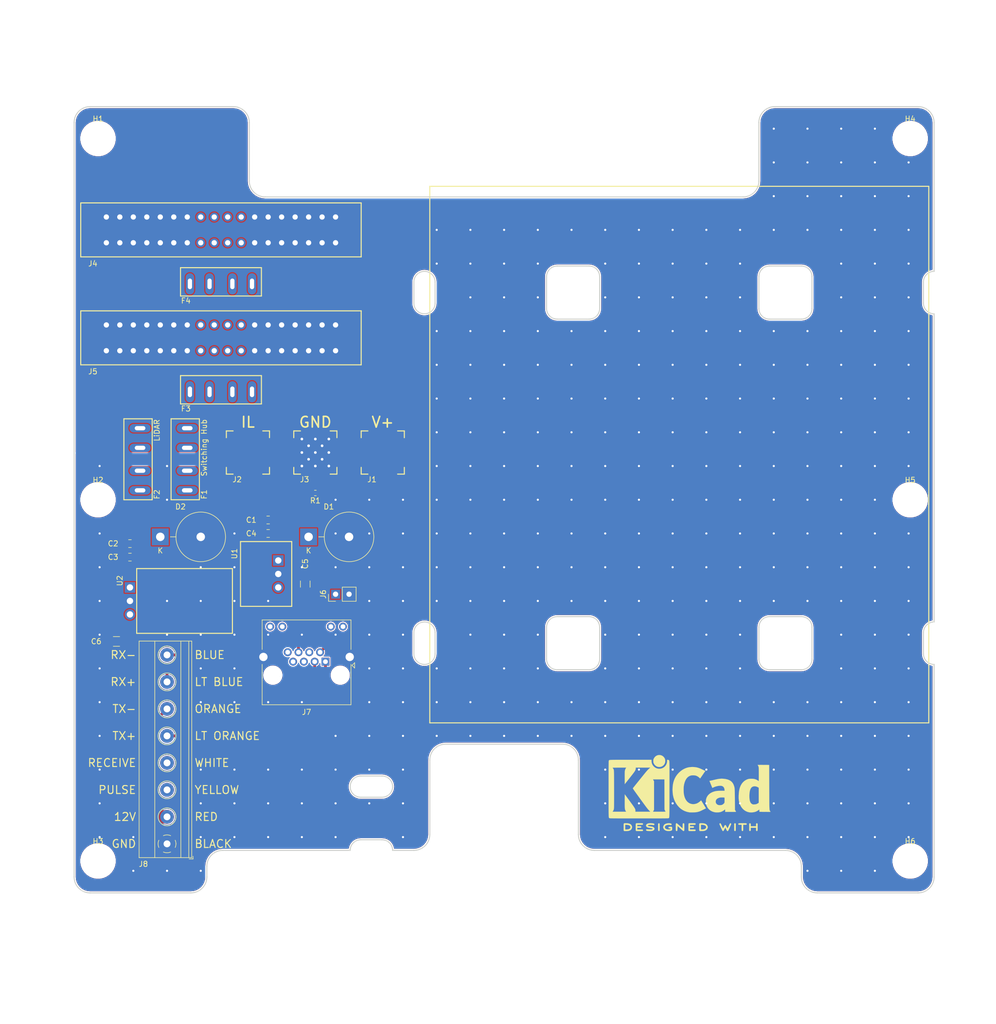
<source format=kicad_pcb>
(kicad_pcb (version 20171130) (host pcbnew "(5.1.7)-1")
  (title_block (date 2021-06-02) (company OUXT))
  (layers (0 F.Cu signal) (31 B.Cu signal) (34 B.Paste user hide) (35 F.Paste user hide) (36 B.SilkS user) (37 F.SilkS user) (38 B.Mask user hide) (39 F.Mask user hide) (44 Edge.Cuts user))
  (net 0 "")
  (net 1 GND)
  (net 2 "Net-(C1-Pad1)")
  (net 3 "Net-(C2-Pad1)")
  (net 4 "Net-(F1-Pad2)")
  (net 5 "Net-(J7-Pad11)")
  (net 6 "Net-(C6-Pad1)")
  (net 7 "Net-(C5-Pad1)")
  (net 8 "Net-(J2-Pad1)")
  (net 9 "Net-(J8-Pad4)")
  (net 10 "Net-(J8-Pad3)")
  (net 11 "Net-(F3-Pad1)")
  (net 12 "Net-(F4-Pad1)")
  (net 13 "Net-(J7-Pad12)")
  (net 14 "Net-(J7-Pad10)")
  (net 15 "Net-(J7-Pad9)")
  (net 16 "Net-(J7-Pad8)")
  (net 17 "Net-(J7-Pad6)")
  (net 18 "Net-(J7-Pad4)")
  (net 19 "Net-(J7-Pad2)")
  (net 20 "Net-(J7-Pad7)")
  (net 21 "Net-(J7-Pad5)")
  (net 22 "Net-(J7-Pad3)")
  (net 23 "Net-(J7-Pad1)")
  (module Symbol:KiCad-Logo2_12mm_SilkScreen (layer F.Cu) (at 184.925 203.975)
    (fp_text reference REF** hide)
    (fp_text value KiCad-Logo2_12mm_SilkScreen hide)
  )
  (module Terminal:PV-3_via (layer F.Cu) (at 114.44 141.11)
    (fp_text reference J3 (at -2.032 5.08) (layer F.SilkS))
    (fp_text value PV-3)
    (fp_text user GND (at 0 -5.715) (layer F.SilkS) (effects (font (size 2 2) (thickness 0.3))))
    (pad 1 thru_hole circle (at -1.27 1.27) (size 1.27 1.27) (drill 0.5) (layers *.Cu *.Mask) (net 1 GND))
    (pad 1 thru_hole circle (at 1.27 1.27) (size 1.27 1.27) (drill 0.5) (layers *.Cu *.Mask) (net 1 GND))
    (pad 1 thru_hole circle (at 1.27 -1.27) (size 1.27 1.27) (drill 0.5) (layers *.Cu *.Mask) (net 1 GND))
    (pad 1 thru_hole circle (at -1.27 -1.27) (size 1.27 1.27) (drill 0.5) (layers *.Cu *.Mask) (net 1 GND))
    (pad 1 thru_hole circle (at -2.54 2.54) (size 1.27 1.27) (drill 0.5) (layers *.Cu *.Mask) (net 1 GND))
    (pad 1 thru_hole circle (at 0 2.54) (size 1.27 1.27) (drill 0.5) (layers *.Cu *.Mask) (net 1 GND))
    (pad 1 thru_hole circle (at 2.54 2.54) (size 1.27 1.27) (drill 0.5) (layers *.Cu *.Mask) (net 1 GND))
    (pad 1 thru_hole circle (at 2.54 -2.54) (size 1.27 1.27) (drill 0.5) (layers *.Cu *.Mask) (net 1 GND))
    (pad 1 thru_hole circle (at 0 -2.54) (size 1.27 1.27) (drill 0.5) (layers *.Cu *.Mask) (net 1 GND))
    (pad 1 thru_hole circle (at -2.54 -2.54) (size 1.27 1.27) (drill 0.5) (layers *.Cu *.Mask) (net 1 GND))
    (pad 1 thru_hole circle (at -2.54 0) (size 1.27 1.27) (drill 0.5) (layers *.Cu *.Mask) (net 1 GND))
    (pad 1 thru_hole circle (at 2.54 0) (size 1.27 1.27) (drill 0.5) (layers *.Cu *.Mask) (net 1 GND))
    (pad 1 thru_hole circle (at 0 0) (size 1.27 1.27) (drill 0.5) (layers *.Cu *.Mask) (net 1 GND))
    (pad 1 smd rect (at 0 0) (size 7.5 7.5) (layers F.Cu F.Paste F.Mask) (net 1 GND))
  )
  (module Terminal:PV-3 (layer F.Cu) (at 101.74 141.11)
    (fp_text reference J2 (at -2.032 5.08) (layer F.SilkS))
    (fp_text value PV-3)
    (fp_text user IL (at 0 -5.715) (layer F.SilkS) (effects (font (size 2 2) (thickness 0.3))))
    (pad 1 smd rect (at 0 0) (size 7.5 7.5) (layers F.Cu F.Paste F.Mask) (net 8 "Net-(J2-Pad1)"))
  )
  (module Terminal:PV-3 (layer F.Cu) (at 127.14 141.11)
    (fp_text reference J1 (at -2.032 5.08) (layer F.SilkS))
    (fp_text value PV-3)
    (fp_text user V+ (at 0 -5.715) (layer F.SilkS) (effects (font (size 2 2) (thickness 0.3))))
    (pad 1 smd rect (at 0 0) (size 7.5 7.5) (layers F.Cu F.Paste F.Mask) (net 4 "Net-(F1-Pad2)"))
  )
  (module Fuse:RSPRO_1884617_plus_fuse (layer F.Cu) (at 96.66 109.36)
    (fp_text reference F4 (at -7.62 3.175) (layer F.SilkS) (effects (justify left)))
    (fp_text value "Mini Blade Fuse 32V 3A")
    (pad 2 thru_hole oval (at 5.85 0) (size 1.6 4) (drill oval 0.8 2) (layers *.Cu *.Mask) (net 4 "Net-(F1-Pad2)"))
    (pad 2 thru_hole oval (at 2.15 0) (size 1.6 4) (drill oval 0.8 2) (layers *.Cu *.Mask) (net 4 "Net-(F1-Pad2)"))
    (pad 1 thru_hole oval (at -2.15 0) (size 1.6 4) (drill oval 0.8 2) (layers *.Cu *.Mask) (net 12 "Net-(F4-Pad1)"))
    (pad 1 thru_hole oval (at -5.85 0) (size 1.6 4) (drill oval 0.8 2) (layers *.Cu *.Mask) (net 12 "Net-(F4-Pad1)"))
  )
  (module Fuse:RSPRO_1884617_plus_fuse (layer F.Cu) (at 96.66 129.68)
    (fp_text reference F3 (at -7.62 3.175) (layer F.SilkS) (effects (justify left)))
    (fp_text value "Mini Blade Fuse 32V 3A")
    (pad 2 thru_hole oval (at 5.85 0) (size 1.6 4) (drill oval 0.8 2) (layers *.Cu *.Mask) (net 4 "Net-(F1-Pad2)"))
    (pad 2 thru_hole oval (at 2.15 0) (size 1.6 4) (drill oval 0.8 2) (layers *.Cu *.Mask) (net 4 "Net-(F1-Pad2)"))
    (pad 1 thru_hole oval (at -2.15 0) (size 1.6 4) (drill oval 0.8 2) (layers *.Cu *.Mask) (net 11 "Net-(F3-Pad1)"))
    (pad 1 thru_hole oval (at -5.85 0) (size 1.6 4) (drill oval 0.8 2) (layers *.Cu *.Mask) (net 11 "Net-(F3-Pad1)"))
  )
  (module Fuse:RSPRO_1884617_plus_fuse (layer F.Cu) (at 81.42 142.38 90)
    (fp_text reference F2 (at -7.62 3.175 90) (layer F.SilkS) (effects (justify left)))
    (fp_text value "Mini Blade Fuse 32V 3A")
    (fp_text user LiDAR (at 7.62 3.175 90) (layer F.SilkS) (effects (justify right)))
    (pad 2 thru_hole oval (at 5.85 0 90) (size 1.6 4) (drill oval 0.8 2) (layers *.Cu *.Mask) (net 4 "Net-(F1-Pad2)"))
    (pad 2 thru_hole oval (at 2.15 0 90) (size 1.6 4) (drill oval 0.8 2) (layers *.Cu *.Mask) (net 4 "Net-(F1-Pad2)"))
    (pad 1 thru_hole oval (at -2.15 0 90) (size 1.6 4) (drill oval 0.8 2) (layers *.Cu *.Mask) (net 3 "Net-(C2-Pad1)"))
    (pad 1 thru_hole oval (at -5.85 0 90) (size 1.6 4) (drill oval 0.8 2) (layers *.Cu *.Mask) (net 3 "Net-(C2-Pad1)"))
  )
  (module Fuse:RSPRO_1884617_plus_fuse (layer F.Cu) (at 90.31 142.38 90)
    (fp_text reference F1 (at -7.62 3.175 90) (layer F.SilkS) (effects (justify left)))
    (fp_text value "Mini Blade Fuse 32V 3A")
    (fp_text user "Switching Hub" (at 7.62 3.175 90) (layer F.SilkS) (effects (justify right)))
    (pad 2 thru_hole oval (at 5.85 0 90) (size 1.6 4) (drill oval 0.8 2) (layers *.Cu *.Mask) (net 4 "Net-(F1-Pad2)"))
    (pad 2 thru_hole oval (at 2.15 0 90) (size 1.6 4) (drill oval 0.8 2) (layers *.Cu *.Mask) (net 4 "Net-(F1-Pad2)"))
    (pad 1 thru_hole oval (at -2.15 0 90) (size 1.6 4) (drill oval 0.8 2) (layers *.Cu *.Mask) (net 2 "Net-(C1-Pad1)"))
    (pad 1 thru_hole oval (at -5.85 0 90) (size 1.6 4) (drill oval 0.8 2) (layers *.Cu *.Mask) (net 2 "Net-(C1-Pad1)"))
  )
  (module SuperRegulator:RSPRO_K78xx-2000R3L (layer F.Cu) (at 79.515 169.05 270)
    (fp_text reference U2 (at -3.81 1.905 90) (layer F.SilkS))
    (fp_text value K7812-2000R3L)
    (pad 3 thru_hole circle (at 2.54 0 270) (size 2 2) (drill 1.2) (layers *.Cu *.Mask) (net 6 "Net-(C6-Pad1)"))
    (pad 2 thru_hole circle (at 0 0 270) (size 2 2) (drill 1.2) (layers *.Cu *.Mask) (net 1 GND))
    (pad 1 thru_hole rect (at -2.54 0 270) (size 2 2) (drill 1.2) (layers *.Cu *.Mask) (net 3 "Net-(C2-Pad1)"))
  )
  (module SuperRegulator:RSPRO_K78xx-2000R3 (layer F.Cu) (at 107.455 163.97 270)
    (fp_text reference U1 (at -3.81 8.255 90) (layer F.SilkS))
    (fp_text value K7805-2000R3)
    (pad 3 thru_hole circle (at 2.54 0 270) (size 2 2) (drill 1.2) (layers *.Cu *.Mask) (net 7 "Net-(C5-Pad1)"))
    (pad 2 thru_hole circle (at 0 0 270) (size 2 2) (drill 1.2) (layers *.Cu *.Mask) (net 1 GND))
    (pad 1 thru_hole rect (at -2.54 0 270) (size 2 2) (drill 1.2) (layers *.Cu *.Mask) (net 2 "Net-(C1-Pad1)"))
  )
  (module Connector:TE-Connectivity_2-5530843-7 (layer F.Cu) (at 96.66 119.52)
    (fp_text reference J5 (at -24.13 6.35) (layer F.SilkS))
    (fp_text value 2-5530843-7)
    (pad 35 thru_hole circle (at 21.59 2.4257) (size 1.7 1.7) (drill 1) (layers *.Cu *.Mask) (net 1 GND))
    (pad 36 thru_hole circle (at 21.59 -2.4257) (size 1.7 1.7) (drill 1) (layers *.Cu *.Mask) (net 1 GND))
    (pad 33 thru_hole circle (at 19.05 2.4257) (size 1.7 1.7) (drill 1) (layers *.Cu *.Mask) (net 1 GND))
    (pad 34 thru_hole circle (at 19.05 -2.4257) (size 1.7 1.7) (drill 1) (layers *.Cu *.Mask) (net 1 GND))
    (pad 31 thru_hole circle (at 16.51 2.4257) (size 1.7 1.7) (drill 1) (layers *.Cu *.Mask) (net 1 GND))
    (pad 32 thru_hole circle (at 16.51 -2.4257) (size 1.7 1.7) (drill 1) (layers *.Cu *.Mask) (net 1 GND))
    (pad 29 thru_hole circle (at 13.97 2.4257) (size 1.7 1.7) (drill 1) (layers *.Cu *.Mask) (net 1 GND))
    (pad 30 thru_hole circle (at 13.97 -2.4257) (size 1.7 1.7) (drill 1) (layers *.Cu *.Mask) (net 1 GND))
    (pad 27 thru_hole circle (at 11.43 2.4257) (size 1.7 1.7) (drill 1) (layers *.Cu *.Mask) (net 1 GND))
    (pad 28 thru_hole circle (at 11.43 -2.4257) (size 1.7 1.7) (drill 1) (layers *.Cu *.Mask) (net 1 GND))
    (pad 25 thru_hole circle (at 8.89 2.4257 90) (size 1.7 1.7) (drill 1) (layers *.Cu *.Mask) (net 1 GND))
    (pad 26 thru_hole circle (at 8.89 -2.4257) (size 1.7 1.7) (drill 1) (layers *.Cu *.Mask) (net 1 GND))
    (pad 23 thru_hole circle (at 6.35 2.4257) (size 1.7 1.7) (drill 1) (layers *.Cu *.Mask) (net 1 GND))
    (pad 24 thru_hole circle (at 6.35 -2.4257) (size 1.7 1.7) (drill 1) (layers *.Cu *.Mask) (net 1 GND))
    (pad 21 thru_hole circle (at 3.81 2.4257) (size 1.7 1.7) (drill 1) (layers *.Cu *.Mask) (net 11 "Net-(F3-Pad1)"))
    (pad 22 thru_hole circle (at 3.81 -2.4257) (size 1.7 1.7) (drill 1) (layers *.Cu *.Mask) (net 11 "Net-(F3-Pad1)"))
    (pad 19 thru_hole circle (at 1.27 2.4257) (size 1.7 1.7) (drill 1) (layers *.Cu *.Mask) (net 11 "Net-(F3-Pad1)"))
    (pad 20 thru_hole circle (at 1.27 -2.4257) (size 1.7 1.7) (drill 1) (layers *.Cu *.Mask) (net 11 "Net-(F3-Pad1)"))
    (pad 17 thru_hole circle (at -1.27 2.4257) (size 1.7 1.7) (drill 1) (layers *.Cu *.Mask) (net 11 "Net-(F3-Pad1)"))
    (pad 18 thru_hole circle (at -1.27 -2.4257) (size 1.7 1.7) (drill 1) (layers *.Cu *.Mask) (net 11 "Net-(F3-Pad1)"))
    (pad 15 thru_hole circle (at -3.81 2.4257) (size 1.7 1.7) (drill 1) (layers *.Cu *.Mask) (net 11 "Net-(F3-Pad1)"))
    (pad 16 thru_hole circle (at -3.81 -2.4257) (size 1.7 1.7) (drill 1) (layers *.Cu *.Mask) (net 11 "Net-(F3-Pad1)"))
    (pad 13 thru_hole circle (at -6.35 2.4257) (size 1.7 1.7) (drill 1) (layers *.Cu *.Mask) (net 1 GND))
    (pad 14 thru_hole circle (at -6.35 -2.4257) (size 1.7 1.7) (drill 1) (layers *.Cu *.Mask) (net 1 GND))
    (pad 11 thru_hole circle (at -8.89 2.4257) (size 1.7 1.7) (drill 1) (layers *.Cu *.Mask) (net 1 GND))
    (pad 12 thru_hole circle (at -8.89 -2.4257) (size 1.7 1.7) (drill 1) (layers *.Cu *.Mask) (net 1 GND))
    (pad 9 thru_hole circle (at -11.43 2.4257) (size 1.7 1.7) (drill 1) (layers *.Cu *.Mask) (net 1 GND))
    (pad 10 thru_hole circle (at -11.43 -2.4257) (size 1.7 1.7) (drill 1) (layers *.Cu *.Mask) (net 1 GND))
    (pad 7 thru_hole circle (at -13.97 2.4257) (size 1.7 1.7) (drill 1) (layers *.Cu *.Mask) (net 1 GND))
    (pad 8 thru_hole circle (at -13.97 -2.4257) (size 1.7 1.7) (drill 1) (layers *.Cu *.Mask) (net 1 GND))
    (pad 5 thru_hole circle (at -16.51 2.4257) (size 1.7 1.7) (drill 1) (layers *.Cu *.Mask) (net 1 GND))
    (pad 6 thru_hole circle (at -16.51 -2.4257) (size 1.7 1.7) (drill 1) (layers *.Cu *.Mask) (net 1 GND))
    (pad 3 thru_hole circle (at -19.05 2.4257) (size 1.7 1.7) (drill 1) (layers *.Cu *.Mask) (net 1 GND))
    (pad 4 thru_hole circle (at -19.05 -2.4257) (size 1.7 1.7) (drill 1) (layers *.Cu *.Mask) (net 1 GND))
    (pad 1 thru_hole circle (at -21.59 2.4257) (size 1.7 1.7) (drill 1) (layers *.Cu *.Mask) (net 1 GND))
    (pad 2 thru_hole circle (at -21.59 -2.4257) (size 1.7 1.7) (drill 1) (layers *.Cu *.Mask) (net 1 GND))
  )
  (module Connector:TE-Connectivity_2-5530843-7 (layer F.Cu) (at 96.66 99.2)
    (fp_text reference J4 (at -24.13 6.35) (layer F.SilkS))
    (fp_text value 2-5530843-7)
    (pad 35 thru_hole circle (at 21.59 2.4257) (size 1.7 1.7) (drill 1) (layers *.Cu *.Mask) (net 1 GND))
    (pad 36 thru_hole circle (at 21.59 -2.4257) (size 1.7 1.7) (drill 1) (layers *.Cu *.Mask) (net 1 GND))
    (pad 33 thru_hole circle (at 19.05 2.4257) (size 1.7 1.7) (drill 1) (layers *.Cu *.Mask) (net 1 GND))
    (pad 34 thru_hole circle (at 19.05 -2.4257) (size 1.7 1.7) (drill 1) (layers *.Cu *.Mask) (net 1 GND))
    (pad 31 thru_hole circle (at 16.51 2.4257) (size 1.7 1.7) (drill 1) (layers *.Cu *.Mask) (net 1 GND))
    (pad 32 thru_hole circle (at 16.51 -2.4257) (size 1.7 1.7) (drill 1) (layers *.Cu *.Mask) (net 1 GND))
    (pad 29 thru_hole circle (at 13.97 2.4257) (size 1.7 1.7) (drill 1) (layers *.Cu *.Mask) (net 1 GND))
    (pad 30 thru_hole circle (at 13.97 -2.4257) (size 1.7 1.7) (drill 1) (layers *.Cu *.Mask) (net 1 GND))
    (pad 27 thru_hole circle (at 11.43 2.4257) (size 1.7 1.7) (drill 1) (layers *.Cu *.Mask) (net 1 GND))
    (pad 28 thru_hole circle (at 11.43 -2.4257) (size 1.7 1.7) (drill 1) (layers *.Cu *.Mask) (net 1 GND))
    (pad 25 thru_hole circle (at 8.89 2.4257 90) (size 1.7 1.7) (drill 1) (layers *.Cu *.Mask) (net 1 GND))
    (pad 26 thru_hole circle (at 8.89 -2.4257) (size 1.7 1.7) (drill 1) (layers *.Cu *.Mask) (net 1 GND))
    (pad 23 thru_hole circle (at 6.35 2.4257) (size 1.7 1.7) (drill 1) (layers *.Cu *.Mask) (net 1 GND))
    (pad 24 thru_hole circle (at 6.35 -2.4257) (size 1.7 1.7) (drill 1) (layers *.Cu *.Mask) (net 1 GND))
    (pad 21 thru_hole circle (at 3.81 2.4257) (size 1.7 1.7) (drill 1) (layers *.Cu *.Mask) (net 12 "Net-(F4-Pad1)"))
    (pad 22 thru_hole circle (at 3.81 -2.4257) (size 1.7 1.7) (drill 1) (layers *.Cu *.Mask) (net 12 "Net-(F4-Pad1)"))
    (pad 19 thru_hole circle (at 1.27 2.4257) (size 1.7 1.7) (drill 1) (layers *.Cu *.Mask) (net 12 "Net-(F4-Pad1)"))
    (pad 20 thru_hole circle (at 1.27 -2.4257) (size 1.7 1.7) (drill 1) (layers *.Cu *.Mask) (net 12 "Net-(F4-Pad1)"))
    (pad 17 thru_hole circle (at -1.27 2.4257) (size 1.7 1.7) (drill 1) (layers *.Cu *.Mask) (net 12 "Net-(F4-Pad1)"))
    (pad 18 thru_hole circle (at -1.27 -2.4257) (size 1.7 1.7) (drill 1) (layers *.Cu *.Mask) (net 12 "Net-(F4-Pad1)"))
    (pad 15 thru_hole circle (at -3.81 2.4257) (size 1.7 1.7) (drill 1) (layers *.Cu *.Mask) (net 12 "Net-(F4-Pad1)"))
    (pad 16 thru_hole circle (at -3.81 -2.4257) (size 1.7 1.7) (drill 1) (layers *.Cu *.Mask) (net 12 "Net-(F4-Pad1)"))
    (pad 13 thru_hole circle (at -6.35 2.4257) (size 1.7 1.7) (drill 1) (layers *.Cu *.Mask) (net 1 GND))
    (pad 14 thru_hole circle (at -6.35 -2.4257) (size 1.7 1.7) (drill 1) (layers *.Cu *.Mask) (net 1 GND))
    (pad 11 thru_hole circle (at -8.89 2.4257) (size 1.7 1.7) (drill 1) (layers *.Cu *.Mask) (net 1 GND))
    (pad 12 thru_hole circle (at -8.89 -2.4257) (size 1.7 1.7) (drill 1) (layers *.Cu *.Mask) (net 1 GND))
    (pad 9 thru_hole circle (at -11.43 2.4257) (size 1.7 1.7) (drill 1) (layers *.Cu *.Mask) (net 1 GND))
    (pad 10 thru_hole circle (at -11.43 -2.4257) (size 1.7 1.7) (drill 1) (layers *.Cu *.Mask) (net 1 GND))
    (pad 7 thru_hole circle (at -13.97 2.4257) (size 1.7 1.7) (drill 1) (layers *.Cu *.Mask) (net 1 GND))
    (pad 8 thru_hole circle (at -13.97 -2.4257) (size 1.7 1.7) (drill 1) (layers *.Cu *.Mask) (net 1 GND))
    (pad 5 thru_hole circle (at -16.51 2.4257) (size 1.7 1.7) (drill 1) (layers *.Cu *.Mask) (net 1 GND))
    (pad 6 thru_hole circle (at -16.51 -2.4257) (size 1.7 1.7) (drill 1) (layers *.Cu *.Mask) (net 1 GND))
    (pad 3 thru_hole circle (at -19.05 2.4257) (size 1.7 1.7) (drill 1) (layers *.Cu *.Mask) (net 1 GND))
    (pad 4 thru_hole circle (at -19.05 -2.4257) (size 1.7 1.7) (drill 1) (layers *.Cu *.Mask) (net 1 GND))
    (pad 1 thru_hole circle (at -21.59 2.4257) (size 1.7 1.7) (drill 1) (layers *.Cu *.Mask) (net 1 GND))
    (pad 2 thru_hole circle (at -21.59 -2.4257) (size 1.7 1.7) (drill 1) (layers *.Cu *.Mask) (net 1 GND))
  )
  (module Connector_PinHeader_2.54mm:PinHeader_1x02_P2.54mm_Vertical (layer F.Cu) (at 118.25 167.78 90)
    (fp_text reference J6 (at 0 -2.33 90) (layer F.SilkS))
    (fp_text value Conn_01x02)
    (pad 2 thru_hole oval (at 0 2.54 90) (size 1.7 1.7) (drill 1) (layers *.Cu *.Mask) (net 1 GND))
    (pad 1 thru_hole rect (at 0 0 90) (size 1.7 1.7) (drill 1) (layers *.Cu *.Mask) (net 7 "Net-(C5-Pad1)"))
  )
  (module Capacitor_SMD:C_1206_3216Metric_Pad1.42x1.75mm_HandSolder (layer F.Cu) (at 112.535 165.875 90)
    (fp_text reference C5 (at 3.81 0 90) (layer F.SilkS))
    (fp_text value "22u 10V")
    (pad 2 smd roundrect (at 1.4875 0 90) (size 1.425 1.75) (layers F.Cu F.Paste F.Mask) (roundrect_rratio 0.1754385964912281) (net 1 GND))
    (pad 1 smd roundrect (at -1.4875 0 90) (size 1.425 1.75) (layers F.Cu F.Paste F.Mask) (roundrect_rratio 0.1754385964912281) (net 7 "Net-(C5-Pad1)"))
  )
  (module Diode_THT:D_P600_R-6_P7.62mm_Vertical_KathodeUp (layer F.Cu) (at 85.23 156.985)
    (fp_text reference D2 (at 3.81 -5.67) (layer F.SilkS))
    (fp_text value 5KP30A-E3/54)
    (fp_text user K (at 0 2.6) (layer F.SilkS))
    (pad 2 thru_hole oval (at 7.62 0) (size 3.2 3.2) (drill 1.6) (layers *.Cu *.Mask) (net 1 GND))
    (pad 1 thru_hole rect (at 0 0) (size 3.2 3.2) (drill 1.6) (layers *.Cu *.Mask) (net 3 "Net-(C2-Pad1)"))
  )
  (module Diode_THT:D_P600_R-6_P7.62mm_Vertical_KathodeUp (layer F.Cu) (at 113.17 156.985)
    (fp_text reference D1 (at 3.81 -5.67) (layer F.SilkS))
    (fp_text value 5KP30A-E3/54)
    (fp_text user K (at 0 2.6) (layer F.SilkS))
    (pad 2 thru_hole oval (at 7.62 0) (size 3.2 3.2) (drill 1.6) (layers *.Cu *.Mask) (net 1 GND))
    (pad 1 thru_hole rect (at 0 0) (size 3.2 3.2) (drill 1.6) (layers *.Cu *.Mask) (net 2 "Net-(C1-Pad1)"))
  )
  (module Capacitor_SMD:C_0805_2012Metric_Pad1.18x1.45mm_HandSolder (layer F.Cu) (at 79.515 160.795 180)
    (fp_text reference C3 (at 3.175 0) (layer F.SilkS))
    (fp_text value "10u 35V")
    (pad 2 smd roundrect (at 1.0375 0 180) (size 1.175 1.45) (layers F.Cu F.Paste F.Mask) (roundrect_rratio 0.2127659574468085) (net 1 GND))
    (pad 1 smd roundrect (at -1.0375 0 180) (size 1.175 1.45) (layers F.Cu F.Paste F.Mask) (roundrect_rratio 0.2127659574468085) (net 3 "Net-(C2-Pad1)"))
  )
  (module Capacitor_SMD:C_0805_2012Metric_Pad1.18x1.45mm_HandSolder (layer F.Cu) (at 105.55 153.81 180)
    (fp_text reference C1 (at 3.175 0) (layer F.SilkS))
    (fp_text value "10u 35V")
    (pad 2 smd roundrect (at 1.0375 0 180) (size 1.175 1.45) (layers F.Cu F.Paste F.Mask) (roundrect_rratio 0.2127659574468085) (net 1 GND))
    (pad 1 smd roundrect (at -1.0375 0 180) (size 1.175 1.45) (layers F.Cu F.Paste F.Mask) (roundrect_rratio 0.2127659574468085) (net 2 "Net-(C1-Pad1)"))
  )
  (module Capacitor_SMD:C_1206_3216Metric_Pad1.42x1.75mm_HandSolder (layer F.Cu) (at 76.975 176.67 180)
    (fp_text reference C6 (at 3.81 0) (layer F.SilkS))
    (fp_text value "22u 25V")
    (pad 2 smd roundrect (at 1.4875 0 180) (size 1.425 1.75) (layers F.Cu F.Paste F.Mask) (roundrect_rratio 0.1754385964912281) (net 1 GND))
    (pad 1 smd roundrect (at -1.4875 0 180) (size 1.425 1.75) (layers F.Cu F.Paste F.Mask) (roundrect_rratio 0.1754385964912281) (net 6 "Net-(C6-Pad1)"))
  )
  (module TerminalBlock_Phoenix:TerminalBlock_Phoenix_MKDS-1,5-8-5.08_1x08_P5.08mm_Horizontal (layer F.Cu) (at 86.5 214.77 90)
    (fp_text reference J8 (at -3.81 -4.445 180) (layer F.SilkS))
    (fp_text value 1715789)
    (pad 8 thru_hole circle (at 35.56 0 90) (size 2.6 2.6) (drill 1.3) (layers *.Cu *.Mask) (net 17 "Net-(J7-Pad6)"))
    (pad 7 thru_hole circle (at 30.48 0 90) (size 2.6 2.6) (drill 1.3) (layers *.Cu *.Mask) (net 22 "Net-(J7-Pad3)"))
    (pad 6 thru_hole circle (at 25.4 0 90) (size 2.6 2.6) (drill 1.3) (layers *.Cu *.Mask) (net 19 "Net-(J7-Pad2)"))
    (pad 5 thru_hole circle (at 20.32 0 90) (size 2.6 2.6) (drill 1.3) (layers *.Cu *.Mask) (net 23 "Net-(J7-Pad1)"))
    (pad 4 thru_hole circle (at 15.24 0 90) (size 2.6 2.6) (drill 1.3) (layers *.Cu *.Mask) (net 9 "Net-(J8-Pad4)"))
    (pad 3 thru_hole circle (at 10.16 0 90) (size 2.6 2.6) (drill 1.3) (layers *.Cu *.Mask) (net 10 "Net-(J8-Pad3)"))
    (pad 2 thru_hole circle (at 5.08 0 90) (size 2.6 2.6) (drill 1.3) (layers *.Cu *.Mask) (net 6 "Net-(C6-Pad1)"))
    (pad 1 thru_hole rect (at 0 0 90) (size 2.6 2.6) (drill 1.3) (layers *.Cu *.Mask) (net 1 GND))
  )
  (module Connector_RJ:RJ45_Amphenol_RJHSE538X (layer F.Cu) (at 116.345 180.48 180)
    (fp_text reference J7 (at 3.56 -9.5) (layer F.SilkS))
    (fp_text value RJHSE5381)
    (pad 12 thru_hole circle (at 10.42 6.6 180) (size 1.5 1.5) (drill 0.89) (layers *.Cu *.Mask) (net 13 "Net-(J7-Pad12)"))
    (pad 11 thru_hole circle (at 8.13 6.6 180) (size 1.5 1.5) (drill 0.89) (layers *.Cu *.Mask) (net 5 "Net-(J7-Pad11)"))
    (pad 10 thru_hole circle (at -1.01 6.6 180) (size 1.5 1.5) (drill 0.89) (layers *.Cu *.Mask) (net 14 "Net-(J7-Pad10)"))
    (pad 9 thru_hole circle (at -3.3 6.6 180) (size 1.5 1.5) (drill 0.89) (layers *.Cu *.Mask) (net 15 "Net-(J7-Pad9)"))
    (pad SH thru_hole circle (at -4.57 0.89 180) (size 2.3 2.3) (drill 1.57) (layers *.Cu *.Mask) (net 1 GND))
    (pad SH thru_hole circle (at 11.69 0.89 180) (size 2.3 2.3) (drill 1.57) (layers *.Cu *.Mask) (net 1 GND))
    (pad "" np_thru_hole circle (at 9.91 -2.54 180) (size 3.25 3.25) (drill 3.25) (layers *.Cu *.Mask))
    (pad "" np_thru_hole circle (at -2.79 -2.54 180) (size 3.25 3.25) (drill 3.25) (layers *.Cu *.Mask))
    (pad 8 thru_hole circle (at 7.112 1.78 180) (size 1.5 1.5) (drill 0.89) (layers *.Cu *.Mask) (net 16 "Net-(J7-Pad8)"))
    (pad 6 thru_hole circle (at 5.08 1.78 180) (size 1.5 1.5) (drill 0.89) (layers *.Cu *.Mask) (net 17 "Net-(J7-Pad6)"))
    (pad 4 thru_hole circle (at 3.048 1.78 180) (size 1.5 1.5) (drill 0.89) (layers *.Cu *.Mask) (net 18 "Net-(J7-Pad4)"))
    (pad 2 thru_hole circle (at 1.016 1.78 180) (size 1.5 1.5) (drill 0.89) (layers *.Cu *.Mask) (net 19 "Net-(J7-Pad2)"))
    (pad 7 thru_hole circle (at 6.096 0 180) (size 1.5 1.5) (drill 0.89) (layers *.Cu *.Mask) (net 20 "Net-(J7-Pad7)"))
    (pad 5 thru_hole circle (at 4.064 0 180) (size 1.5 1.5) (drill 0.89) (layers *.Cu *.Mask) (net 21 "Net-(J7-Pad5)"))
    (pad 3 thru_hole circle (at 2.032 0 180) (size 1.5 1.5) (drill 0.89) (layers *.Cu *.Mask) (net 22 "Net-(J7-Pad3)"))
    (pad 1 thru_hole rect (at 0 0 180) (size 1.5 1.5) (drill 0.89) (layers *.Cu *.Mask) (net 23 "Net-(J7-Pad1)"))
  )
  (module Resistor_SMD:R_0603_1608Metric_Pad1.05x0.95mm_HandSolder (layer F.Cu) (at 114.44 148.73 180)
    (fp_text reference R1 (at 0 -1.43) (layer F.SilkS))
    (fp_text value 1k)
    (pad 2 smd roundrect (at 0.875 0 180) (size 1.05 0.95) (layers F.Cu F.Paste F.Mask) (net 8 "Net-(J2-Pad1)"))
    (pad 1 smd roundrect (at -0.875 0 180) (size 1.05 0.95) (layers F.Cu F.Paste F.Mask) (net 1 GND))
  )
  (module MountingHole:MountingHole_2.7mm_M2.5 (layer F.Cu) (at 226.5 218)
    (fp_text reference H6 (at 0 -3.7) (layer F.SilkS))
    (fp_text value MountingHole)
    (pad 1 np_thru_hole circle (at 0 0) (size 2.7 2.7) (drill 2.7) (layers *.Cu *.Mask))
  )
  (module MountingHole:MountingHole_2.7mm_M2.5 (layer F.Cu) (at 226.5 150)
    (fp_text reference H5 (at 0 -3.7) (layer F.SilkS))
    (fp_text value MountingHole)
    (pad 1 np_thru_hole circle (at 0 0) (size 2.7 2.7) (drill 2.7) (layers *.Cu *.Mask))
  )
  (module MountingHole:MountingHole_2.7mm_M2.5 (layer F.Cu) (at 226.5 82)
    (fp_text reference H4 (at 0 -3.7) (layer F.SilkS))
    (fp_text value MountingHole)
    (pad 1 np_thru_hole circle (at 0 0) (size 2.7 2.7) (drill 2.7) (layers *.Cu *.Mask))
  )
  (module MountingHole:MountingHole_2.7mm_M2.5 (layer F.Cu) (at 73.5 218)
    (fp_text reference H3 (at 0 -3.7) (layer F.SilkS))
    (fp_text value MountingHole)
    (pad "" np_thru_hole circle (at 0 0) (size 2.7 2.7) (drill 2.7) (layers *.Cu *.Mask) (clearance 2))
  )
  (module MountingHole:MountingHole_2.7mm_M2.5 (layer F.Cu) (at 73.5 150)
    (fp_text reference H2 (at 0 -3.7) (layer F.SilkS))
    (fp_text value MountingHole)
    (pad 1 np_thru_hole circle (at 0 0) (size 2.7 2.7) (drill 2.7) (layers *.Cu *.Mask))
  )
  (module MountingHole:MountingHole_2.7mm_M2.5 (layer F.Cu) (at 73.5 82)
    (fp_text reference H1 (at 0 -3.7) (layer F.SilkS))
    (fp_text value MountingHole)
    (pad 1 np_thru_hole circle (at 0 0) (size 2.7 2.7) (drill 2.7) (layers *.Cu *.Mask))
  )
  (module Capacitor_SMD:C_0805_2012Metric_Pad1.18x1.45mm_HandSolder (layer F.Cu) (at 79.515 158.255 180)
    (fp_text reference C2 (at 3.175 0) (layer F.SilkS))
    (fp_text value "10u 35V")
    (pad 2 smd roundrect (at 1.0375 0 180) (size 1.175 1.45) (layers F.Cu F.Paste F.Mask) (roundrect_rratio 0.2127659574468085) (net 1 GND))
    (pad 1 smd roundrect (at -1.0375 0 180) (size 1.175 1.45) (layers F.Cu F.Paste F.Mask) (roundrect_rratio 0.2127659574468085) (net 3 "Net-(C2-Pad1)"))
  )
  (module Capacitor_SMD:C_0805_2012Metric_Pad1.18x1.45mm_HandSolder (layer F.Cu) (at 105.55 156.35 180)
    (fp_text reference C4 (at 3.175 0) (layer F.SilkS))
    (fp_text value "10u 35V")
    (pad 2 smd roundrect (at 1.0375 0 180) (size 1.175 1.45) (layers F.Cu F.Paste F.Mask) (roundrect_rratio 0.2127659574468085) (net 1 GND))
    (pad 1 smd roundrect (at -1.0375 0 180) (size 1.175 1.45) (layers F.Cu F.Paste F.Mask) (roundrect_rratio 0.2127659574468085) (net 2 "Net-(C1-Pad1)"))
  )
  (gr_line (start 206 221) (end 206 219) (layer Edge.Cuts) (width 0.2))
  (gr_arc (start 203 219) (end 206 219) (angle -90) (layer Edge.Cuts) (width 0.2))
  (gr_arc (start 209 221) (end 206 221) (angle -90) (layer Edge.Cuts) (width 0.2))
  (gr_line (start 94 219) (end 94 221) (layer Edge.Cuts) (width 0.2))
  (gr_arc (start 91 221) (end 91 224) (angle -90) (layer Edge.Cuts) (width 0.2))
  (gr_arc (start 97 219) (end 97 216) (angle -90) (layer Edge.Cuts) (width 0.2))
  (gr_arc (start 206 108) (end 208 108) (angle -90) (layer Edge.Cuts) (width 0.2))
  (gr_arc (start 206 114) (end 206 116) (angle -90) (layer Edge.Cuts) (width 0.2))
  (gr_line (start 208 108) (end 208 114) (layer Edge.Cuts) (width 0.2))
  (gr_line (start 206 106) (end 200 106) (layer Edge.Cuts) (width 0.2))
  (gr_line (start 206 116) (end 200 116) (layer Edge.Cuts) (width 0.2))
  (gr_arc (start 200 114) (end 198 114) (angle -90) (layer Edge.Cuts) (width 0.2))
  (gr_line (start 198 108) (end 198 114) (layer Edge.Cuts) (width 0.2))
  (gr_arc (start 200 108) (end 200 106) (angle -90) (layer Edge.Cuts) (width 0.2))
  (gr_line (start 166 116) (end 160 116) (layer Edge.Cuts) (width 0.2))
  (gr_line (start 166 106) (end 160 106) (layer Edge.Cuts) (width 0.2))
  (gr_arc (start 166 114) (end 166 116) (angle -90) (layer Edge.Cuts) (width 0.2))
  (gr_line (start 168 108) (end 168 114) (layer Edge.Cuts) (width 0.2))
  (gr_arc (start 166 108) (end 168 108) (angle -90) (layer Edge.Cuts) (width 0.2))
  (gr_arc (start 200 180) (end 198 180) (angle -90) (layer Edge.Cuts) (width 0.2))
  (gr_line (start 206 182) (end 200 182) (layer Edge.Cuts) (width 0.2))
  (gr_line (start 198 174) (end 198 180) (layer Edge.Cuts) (width 0.2))
  (gr_line (start 206 172) (end 200 172) (layer Edge.Cuts) (width 0.2))
  (gr_arc (start 200 174) (end 200 172) (angle -90) (layer Edge.Cuts) (width 0.2))
  (gr_arc (start 166 174) (end 168 174) (angle -90) (layer Edge.Cuts) (width 0.2))
  (gr_arc (start 166 180) (end 166 182) (angle -90) (layer Edge.Cuts) (width 0.2))
  (gr_line (start 168 174) (end 168 180) (layer Edge.Cuts) (width 0.2))
  (gr_arc (start 206 180) (end 206 182) (angle -90) (layer Edge.Cuts) (width 0.2))
  (gr_line (start 166 182) (end 160 182) (layer Edge.Cuts) (width 0.2))
  (gr_line (start 208 174) (end 208 180) (layer Edge.Cuts) (width 0.2))
  (gr_arc (start 206 174) (end 208 174) (angle -90) (layer Edge.Cuts) (width 0.2))
  (gr_line (start 166 172) (end 160 172) (layer Edge.Cuts) (width 0.2))
  (gr_arc (start 160 180) (end 158 180) (angle -90) (layer Edge.Cuts) (width 0.2))
  (gr_line (start 158 174) (end 158 180) (layer Edge.Cuts) (width 0.2))
  (gr_arc (start 160 174) (end 160 172) (angle -90) (layer Edge.Cuts) (width 0.2))
  (gr_arc (start 160 114) (end 158 114) (angle -90) (layer Edge.Cuts) (width 0.2))
  (gr_line (start 158 108) (end 158 114) (layer Edge.Cuts) (width 0.2))
  (gr_arc (start 160 108) (end 160 106) (angle -90) (layer Edge.Cuts) (width 0.2))
  (gr_line (start 123 202) (end 127 202) (layer Edge.Cuts) (width 0.2))
  (gr_line (start 127 206) (end 123 206) (layer Edge.Cuts) (width 0.2))
  (gr_arc (start 127 204) (end 127 206) (angle -180) (layer Edge.Cuts) (width 0.2))
  (gr_arc (start 123 204) (end 123 202) (angle -180) (layer Edge.Cuts) (width 0.2))
  (gr_arc (start 127 216) (end 129 216) (angle -90) (layer Edge.Cuts) (width 0.2))
  (gr_arc (start 123 216) (end 123 214) (angle -90) (layer Edge.Cuts) (width 0.2))
  (gr_arc (start 231 179) (end 229 179) (angle -90) (layer Edge.Cuts) (width 0.2))
  (gr_arc (start 231 175) (end 231 173) (angle -90) (layer Edge.Cuts) (width 0.2))
  (gr_arc (start 231 113) (end 229 113) (angle -90) (layer Edge.Cuts) (width 0.2))
  (gr_arc (start 231 109) (end 231 107) (angle -90) (layer Edge.Cuts) (width 0.2))
  (gr_line (start 137 175) (end 137 179) (layer Edge.Cuts) (width 0.2))
  (gr_line (start 133 179) (end 133 175) (layer Edge.Cuts) (width 0.2))
  (gr_arc (start 135 179) (end 133 179) (angle -180) (layer Edge.Cuts) (width 0.2))
  (gr_arc (start 135 175) (end 137 175) (angle -180) (layer Edge.Cuts) (width 0.2))
  (gr_arc (start 135 113) (end 133 113) (angle -180) (layer Edge.Cuts) (width 0.2))
  (gr_arc (start 135 109) (end 137 109) (angle -180) (layer Edge.Cuts) (width 0.2))
  (gr_line (start 133 113) (end 133 109) (layer Edge.Cuts) (width 0.2))
  (gr_line (start 137 109) (end 137 113) (layer Edge.Cuts) (width 0.2))
  (gr_line (start 123 214) (end 127 214) (layer Edge.Cuts) (width 0.2))
  (gr_line (start 129 216) (end 133 216) (layer Edge.Cuts) (width 0.2))
  (gr_line (start 72 224) (end 91 224) (layer Edge.Cuts) (width 0.2))
  (gr_arc (start 161 199) (end 164 199) (angle -90) (layer Edge.Cuts) (width 0.2))
  (gr_line (start 139 196) (end 161 196) (layer Edge.Cuts) (width 0.2))
  (gr_line (start 167 216) (end 203 216) (layer Edge.Cuts) (width 0.2))
  (gr_line (start 229 113) (end 229 109) (layer Edge.Cuts) (width 0.2))
  (gr_line (start 231 115) (end 231 173) (layer Edge.Cuts) (width 0.2))
  (gr_line (start 229 175) (end 229 179) (layer Edge.Cuts) (width 0.2))
  (gr_line (start 231 181) (end 231 221) (layer Edge.Cuts) (width 0.2))
  (gr_arc (start 99 79) (end 102 79) (angle -90) (layer Edge.Cuts) (width 0.2))
  (gr_arc (start 105 90) (end 102 90) (angle -90) (layer Edge.Cuts) (width 0.2))
  (gr_line (start 102 79) (end 102 90) (layer Edge.Cuts) (width 0.2))
  (gr_arc (start 195 90) (end 195 93) (angle -90) (layer Edge.Cuts) (width 0.2))
  (gr_arc (start 201 79) (end 201 76) (angle -90) (layer Edge.Cuts) (width 0.2))
  (gr_line (start 198 90) (end 198 79) (layer Edge.Cuts) (width 0.2))
  (gr_arc (start 228 79) (end 231 79) (angle -90) (layer Edge.Cuts) (width 0.2))
  (gr_arc (start 72 79) (end 72 76) (angle -90) (layer Edge.Cuts) (width 0.2))
  (gr_arc (start 228 221) (end 228 224) (angle -90) (layer Edge.Cuts) (width 0.2))
  (gr_arc (start 167 213) (end 164 213) (angle -90) (layer Edge.Cuts) (width 0.2))
  (gr_arc (start 133 213) (end 133 216) (angle -90) (layer Edge.Cuts) (width 0.2))
  (gr_arc (start 72 221) (end 69 221) (angle -90) (layer Edge.Cuts) (width 0.2))
  (gr_text RX- (at 80.785 179.21) (layer F.SilkS) (effects (font (size 1.5 1.5) (thickness 0.2)) (justify right)))
  (gr_text RX+ (at 80.785 184.29) (layer F.SilkS) (effects (font (size 1.5 1.5) (thickness 0.2)) (justify right)))
  (gr_text TX- (at 80.785 189.37) (layer F.SilkS) (effects (font (size 1.5 1.5) (thickness 0.2)) (justify right)))
  (gr_text TX+ (at 80.785 194.45) (layer F.SilkS) (effects (font (size 1.5 1.5) (thickness 0.2)) (justify right)))
  (gr_text RECEIVE (at 80.785 199.53) (layer F.SilkS) (effects (font (size 1.5 1.5) (thickness 0.2)) (justify right)))
  (gr_text PULSE (at 80.785 204.61) (layer F.SilkS) (effects (font (size 1.5 1.5) (thickness 0.2)) (justify right)))
  (gr_text 12V (at 80.785 209.69) (layer F.SilkS) (effects (font (size 1.5 1.5) (thickness 0.2)) (justify right)))
  (gr_text GND (at 80.785 214.77) (layer F.SilkS) (effects (font (size 1.5 1.5) (thickness 0.2)) (justify right)))
  (gr_text BLUE (at 91.58 179.21) (layer F.SilkS) (effects (font (size 1.5 1.5) (thickness 0.2)) (justify left)))
  (gr_text "LT BLUE" (at 91.58 184.29) (layer F.SilkS) (effects (font (size 1.5 1.5) (thickness 0.2)) (justify left)))
  (gr_text ORANGE (at 91.58 189.37) (layer F.SilkS) (effects (font (size 1.5 1.5) (thickness 0.2)) (justify left)))
  (gr_text "LT ORANGE" (at 91.58 194.45) (layer F.SilkS) (effects (font (size 1.5 1.5) (thickness 0.2)) (justify left)))
  (gr_text WHITE (at 91.58 199.53) (layer F.SilkS) (effects (font (size 1.5 1.5) (thickness 0.2)) (justify left)))
  (gr_text YELLOW (at 91.58 204.61) (layer F.SilkS) (effects (font (size 1.5 1.5) (thickness 0.2)) (justify left)))
  (gr_text RED (at 91.58 209.69) (layer F.SilkS) (effects (font (size 1.5 1.5) (thickness 0.2)) (justify left)))
  (gr_text BLACK (at 91.58 214.77) (layer F.SilkS) (effects (font (size 1.5 1.5) (thickness 0.2)) (justify left)))
  (gr_line (start 231 79) (end 231 107) (layer Edge.Cuts) (width 0.2))
  (gr_line (start 105 93) (end 195 93) (layer Edge.Cuts) (width 0.2))
  (gr_line (start 209 224) (end 228 224) (layer Edge.Cuts) (width 0.2))
  (gr_arc (start 139 199) (end 139 196) (angle -90) (layer Edge.Cuts) (width 0.2))
  (gr_line (start 230 91) (end 136 91) (layer F.SilkS) (width 0.2))
  (gr_line (start 230 192) (end 230 91) (layer F.SilkS) (width 0.2))
  (gr_line (start 136 192) (end 230 192) (layer F.SilkS) (width 0.2))
  (gr_line (start 136 91) (end 136 192) (layer F.SilkS) (width 0.2))
  (gr_line (start 228 76) (end 201 76) (layer Edge.Cuts) (width 0.2))
  (gr_line (start 136 213) (end 136 199) (layer Edge.Cuts) (width 0.2))
  (gr_line (start 97 216) (end 121 216) (layer Edge.Cuts) (width 0.2))
  (gr_line (start 99 76) (end 72 76) (layer Edge.Cuts) (width 0.2))
  (gr_line (start 69 79) (end 69 221) (layer Edge.Cuts) (width 0.2))
  (gr_line (start 164 199) (end 164 213) (layer Edge.Cuts) (width 0.2))
  (via (at 150 150) (size 0.8) (drill 0.4) (layers F.Cu B.Cu) (net 1))
  (via (at 150 156.35) (size 0.8) (drill 0.4) (layers F.Cu B.Cu) (net 1))
  (via (at 150 162.7) (size 0.8) (drill 0.4) (layers F.Cu B.Cu) (net 1))
  (via (at 150 169.05) (size 0.8) (drill 0.4) (layers F.Cu B.Cu) (net 1))
  (via (at 143.65 169.05) (size 0.8) (drill 0.4) (layers F.Cu B.Cu) (net 1))
  (via (at 143.65 162.7) (size 0.8) (drill 0.4) (layers F.Cu B.Cu) (net 1))
  (via (at 156.35 169.05) (size 0.8) (drill 0.4) (layers F.Cu B.Cu) (net 1))
  (via (at 156.35 162.7) (size 0.8) (drill 0.4) (layers F.Cu B.Cu) (net 1))
  (via (at 137.3 162.7) (size 0.8) (drill 0.4) (layers F.Cu B.Cu) (net 1))
  (via (at 137.3 169.05) (size 0.8) (drill 0.4) (layers F.Cu B.Cu) (net 1))
  (via (at 130.95 169.05) (size 0.8) (drill 0.4) (layers F.Cu B.Cu) (net 1))
  (via (at 130.95 162.7) (size 0.8) (drill 0.4) (layers F.Cu B.Cu) (net 1))
  (via (at 130.95 156.35) (size 0.8) (drill 0.4) (layers F.Cu B.Cu) (net 1))
  (via (at 137.3 156.35) (size 0.8) (drill 0.4) (layers F.Cu B.Cu) (net 1))
  (via (at 143.65 156.35) (size 0.8) (drill 0.4) (layers F.Cu B.Cu) (net 1))
  (via (at 143.65 150) (size 0.8) (drill 0.4) (layers F.Cu B.Cu) (net 1))
  (via (at 137.3 150) (size 0.8) (drill 0.4) (layers F.Cu B.Cu) (net 1))
  (via (at 130.95 150) (size 0.8) (drill 0.4) (layers F.Cu B.Cu) (net 1))
  (via (at 124.6 150) (size 0.8) (drill 0.4) (layers F.Cu B.Cu) (net 1))
  (via (at 124.6 156.35) (size 0.8) (drill 0.4) (layers F.Cu B.Cu) (net 1))
  (via (at 124.6 162.7) (size 0.8) (drill 0.4) (layers F.Cu B.Cu) (net 1))
  (via (at 150 188.1) (size 0.8) (drill 0.4) (layers F.Cu B.Cu) (net 1))
  (via (at 143.65 188.1) (size 0.8) (drill 0.4) (layers F.Cu B.Cu) (net 1))
  (via (at 137.3 181.75) (size 0.8) (drill 0.4) (layers F.Cu B.Cu) (net 1))
  (via (at 137.3 188.1) (size 0.8) (drill 0.4) (layers F.Cu B.Cu) (net 1))
  (via (at 130.95 194.45) (size 0.8) (drill 0.4) (layers F.Cu B.Cu) (net 1))
  (via (at 137.3 194.45) (size 0.8) (drill 0.4) (layers F.Cu B.Cu) (net 1))
  (via (at 143.65 194.45) (size 0.8) (drill 0.4) (layers F.Cu B.Cu) (net 1))
  (via (at 150 194.45) (size 0.8) (drill 0.4) (layers F.Cu B.Cu) (net 1))
  (via (at 130.95 200.8) (size 0.8) (drill 0.4) (layers F.Cu B.Cu) (net 1))
  (via (at 130.95 207.15) (size 0.8) (drill 0.4) (layers F.Cu B.Cu) (net 1))
  (via (at 130.95 213.5) (size 0.8) (drill 0.4) (layers F.Cu B.Cu) (net 1))
  (via (at 118.25 213.5) (size 0.8) (drill 0.4) (layers F.Cu B.Cu) (net 1))
  (via (at 118.25 207.15) (size 0.8) (drill 0.4) (layers F.Cu B.Cu) (net 1))
  (via (at 99.2 188.1) (size 0.8) (drill 0.4) (layers F.Cu B.Cu) (net 1))
  (via (at 105.55 188.1) (size 0.8) (drill 0.4) (layers F.Cu B.Cu) (net 1))
  (via (at 111.9 188.1) (size 0.8) (drill 0.4) (layers F.Cu B.Cu) (net 1))
  (via (at 111.9 207.15) (size 0.8) (drill 0.4) (layers F.Cu B.Cu) (net 1))
  (via (at 105.55 207.15) (size 0.8) (drill 0.4) (layers F.Cu B.Cu) (net 1))
  (via (at 99.2 207.15) (size 0.8) (drill 0.4) (layers F.Cu B.Cu) (net 1))
  (via (at 99.2 213.5) (size 0.8) (drill 0.4) (layers F.Cu B.Cu) (net 1))
  (via (at 105.55 213.5) (size 0.8) (drill 0.4) (layers F.Cu B.Cu) (net 1))
  (via (at 111.9 213.5) (size 0.8) (drill 0.4) (layers F.Cu B.Cu) (net 1))
  (via (at 80.15 219.85) (size 0.8) (drill 0.4) (layers F.Cu B.Cu) (net 1))
  (via (at 80.15 213.5) (size 0.8) (drill 0.4) (layers F.Cu B.Cu) (net 1))
  (via (at 73.8 213.5) (size 0.8) (drill 0.4) (layers F.Cu B.Cu) (net 1))
  (via (at 73.8 207.15) (size 0.8) (drill 0.4) (layers F.Cu B.Cu) (net 1))
  (via (at 73.8 200.8) (size 0.8) (drill 0.4) (layers F.Cu B.Cu) (net 1))
  (via (at 73.8 194.45) (size 0.8) (drill 0.4) (layers F.Cu B.Cu) (net 1))
  (via (at 73.8 188.1) (size 0.8) (drill 0.4) (layers F.Cu B.Cu) (net 1))
  (via (at 73.8 181.75) (size 0.8) (drill 0.4) (layers F.Cu B.Cu) (net 1))
  (via (at 73.8 175.4) (size 0.8) (drill 0.4) (layers F.Cu B.Cu) (net 1))
  (via (at 73.8 169.05) (size 0.8) (drill 0.4) (layers F.Cu B.Cu) (net 1))
  (via (at 73.8 162.7) (size 0.8) (drill 0.4) (layers F.Cu B.Cu) (net 1))
  (via (at 73.8 156.35) (size 0.8) (drill 0.4) (layers F.Cu B.Cu) (net 1))
  (via (at 86.5 169.05) (size 0.8) (drill 0.4) (layers F.Cu B.Cu) (net 1))
  (via (at 92.85 169.05) (size 0.8) (drill 0.4) (layers F.Cu B.Cu) (net 1))
  (via (at 86.5 175.4) (size 0.8) (drill 0.4) (layers F.Cu B.Cu) (net 1))
  (via (at 92.85 188.1) (size 0.8) (drill 0.4) (layers F.Cu B.Cu) (net 1))
  (via (at 92.85 207.15) (size 0.8) (drill 0.4) (layers F.Cu B.Cu) (net 1))
  (via (at 92.85 213.5) (size 0.8) (drill 0.4) (layers F.Cu B.Cu) (net 1))
  (via (at 92.85 219.85) (size 0.8) (drill 0.4) (layers F.Cu B.Cu) (net 1))
  (via (at 99.2 169.05) (size 0.8) (drill 0.4) (layers F.Cu B.Cu) (net 1))
  (via (at 105.55 169.05) (size 0.8) (drill 0.4) (layers F.Cu B.Cu) (net 1))
  (via (at 99.2 162.7) (size 0.8) (drill 0.4) (layers F.Cu B.Cu) (net 1))
  (via (at 99.2 156.35) (size 0.8) (drill 0.4) (layers F.Cu B.Cu) (net 1))
  (via (at 92.85 162.7) (size 0.8) (drill 0.4) (layers F.Cu B.Cu) (net 1))
  (via (at 86.5 150) (size 0.8) (drill 0.4) (layers F.Cu B.Cu) (net 1))
  (via (at 118.25 150) (size 0.8) (drill 0.4) (layers F.Cu B.Cu) (net 1))
  (via (at 118.25 156.35) (size 0.8) (drill 0.4) (layers F.Cu B.Cu) (net 1))
  (via (at 118.25 162.7) (size 0.8) (drill 0.4) (layers F.Cu B.Cu) (net 1))
  (via (at 124.6 175.4) (size 0.8) (drill 0.4) (layers F.Cu B.Cu) (net 1))
  (via (at 118.25 175.4) (size 0.8) (drill 0.4) (layers F.Cu B.Cu) (net 1))
  (via (at 137.3 143.65) (size 0.8) (drill 0.4) (layers F.Cu B.Cu) (net 1))
  (via (at 137.3 137.3) (size 0.8) (drill 0.4) (layers F.Cu B.Cu) (net 1))
  (via (at 137.3 130.95) (size 0.8) (drill 0.4) (layers F.Cu B.Cu) (net 1))
  (via (at 137.3 124.6) (size 0.8) (drill 0.4) (layers F.Cu B.Cu) (net 1))
  (via (at 137.3 118.25) (size 0.8) (drill 0.4) (layers F.Cu B.Cu) (net 1))
  (via (at 137.3 105.55) (size 0.8) (drill 0.4) (layers F.Cu B.Cu) (net 1))
  (via (at 137.3 99.2) (size 0.8) (drill 0.4) (layers F.Cu B.Cu) (net 1))
  (via (at 143.65 99.2) (size 0.8) (drill 0.4) (layers F.Cu B.Cu) (net 1))
  (via (at 150 99.2) (size 0.8) (drill 0.4) (layers F.Cu B.Cu) (net 1))
  (via (at 156.35 99.2) (size 0.8) (drill 0.4) (layers F.Cu B.Cu) (net 1))
  (via (at 156.35 105.55) (size 0.8) (drill 0.4) (layers F.Cu B.Cu) (net 1))
  (via (at 156.35 111.9) (size 0.8) (drill 0.4) (layers F.Cu B.Cu) (net 1))
  (via (at 156.35 118.25) (size 0.8) (drill 0.4) (layers F.Cu B.Cu) (net 1))
  (via (at 156.35 124.6) (size 0.8) (drill 0.4) (layers F.Cu B.Cu) (net 1))
  (via (at 150 124.6) (size 0.8) (drill 0.4) (layers F.Cu B.Cu) (net 1))
  (via (at 143.65 124.6) (size 0.8) (drill 0.4) (layers F.Cu B.Cu) (net 1))
  (via (at 143.65 118.25) (size 0.8) (drill 0.4) (layers F.Cu B.Cu) (net 1))
  (via (at 143.65 130.95) (size 0.8) (drill 0.4) (layers F.Cu B.Cu) (net 1))
  (via (at 143.65 137.3) (size 0.8) (drill 0.4) (layers F.Cu B.Cu) (net 1))
  (via (at 143.65 143.65) (size 0.8) (drill 0.4) (layers F.Cu B.Cu) (net 1))
  (via (at 150 143.65) (size 0.8) (drill 0.4) (layers F.Cu B.Cu) (net 1))
  (via (at 150 137.3) (size 0.8) (drill 0.4) (layers F.Cu B.Cu) (net 1))
  (via (at 150 130.95) (size 0.8) (drill 0.4) (layers F.Cu B.Cu) (net 1))
  (via (at 156.35 130.95) (size 0.8) (drill 0.4) (layers F.Cu B.Cu) (net 1))
  (via (at 156.35 137.3) (size 0.8) (drill 0.4) (layers F.Cu B.Cu) (net 1))
  (via (at 156.35 143.65) (size 0.8) (drill 0.4) (layers F.Cu B.Cu) (net 1))
  (via (at 156.35 150) (size 0.8) (drill 0.4) (layers F.Cu B.Cu) (net 1))
  (via (at 156.35 156.35) (size 0.8) (drill 0.4) (layers F.Cu B.Cu) (net 1))
  (via (at 156.35 175.4) (size 0.8) (drill 0.4) (layers F.Cu B.Cu) (net 1))
  (via (at 156.35 181.75) (size 0.8) (drill 0.4) (layers F.Cu B.Cu) (net 1))
  (via (at 156.35 188.1) (size 0.8) (drill 0.4) (layers F.Cu B.Cu) (net 1))
  (via (at 156.35 194.45) (size 0.8) (drill 0.4) (layers F.Cu B.Cu) (net 1))
  (via (at 162.7 194.45) (size 0.8) (drill 0.4) (layers F.Cu B.Cu) (net 1))
  (via (at 162.7 188.1) (size 0.8) (drill 0.4) (layers F.Cu B.Cu) (net 1))
  (via (at 169.05 213.5) (size 0.8) (drill 0.4) (layers F.Cu B.Cu) (net 1))
  (via (at 169.05 207.15) (size 0.8) (drill 0.4) (layers F.Cu B.Cu) (net 1))
  (via (at 169.05 200.8) (size 0.8) (drill 0.4) (layers F.Cu B.Cu) (net 1))
  (via (at 169.05 194.45) (size 0.8) (drill 0.4) (layers F.Cu B.Cu) (net 1))
  (via (at 169.05 188.1) (size 0.8) (drill 0.4) (layers F.Cu B.Cu) (net 1))
  (via (at 169.05 169.05) (size 0.8) (drill 0.4) (layers F.Cu B.Cu) (net 1))
  (via (at 162.7 169.05) (size 0.8) (drill 0.4) (layers F.Cu B.Cu) (net 1))
  (via (at 162.7 162.7) (size 0.8) (drill 0.4) (layers F.Cu B.Cu) (net 1))
  (via (at 169.05 162.7) (size 0.8) (drill 0.4) (layers F.Cu B.Cu) (net 1))
  (via (at 169.05 156.35) (size 0.8) (drill 0.4) (layers F.Cu B.Cu) (net 1))
  (via (at 162.7 156.35) (size 0.8) (drill 0.4) (layers F.Cu B.Cu) (net 1))
  (via (at 162.7 150) (size 0.8) (drill 0.4) (layers F.Cu B.Cu) (net 1))
  (via (at 162.7 130.95) (size 0.8) (drill 0.4) (layers F.Cu B.Cu) (net 1))
  (via (at 162.7 124.6) (size 0.8) (drill 0.4) (layers F.Cu B.Cu) (net 1))
  (via (at 162.7 118.25) (size 0.8) (drill 0.4) (layers F.Cu B.Cu) (net 1))
  (via (at 162.7 99.2) (size 0.8) (drill 0.4) (layers F.Cu B.Cu) (net 1))
  (via (at 169.05 99.2) (size 0.8) (drill 0.4) (layers F.Cu B.Cu) (net 1))
  (via (at 169.05 118.25) (size 0.8) (drill 0.4) (layers F.Cu B.Cu) (net 1))
  (via (at 169.05 124.6) (size 0.8) (drill 0.4) (layers F.Cu B.Cu) (net 1))
  (via (at 169.05 130.95) (size 0.8) (drill 0.4) (layers F.Cu B.Cu) (net 1))
  (via (at 169.05 150) (size 0.8) (drill 0.4) (layers F.Cu B.Cu) (net 1))
  (via (at 175.4 150) (size 0.8) (drill 0.4) (layers F.Cu B.Cu) (net 1))
  (via (at 175.4 130.95) (size 0.8) (drill 0.4) (layers F.Cu B.Cu) (net 1))
  (via (at 175.4 124.6) (size 0.8) (drill 0.4) (layers F.Cu B.Cu) (net 1))
  (via (at 175.4 118.25) (size 0.8) (drill 0.4) (layers F.Cu B.Cu) (net 1))
  (via (at 175.4 99.2) (size 0.8) (drill 0.4) (layers F.Cu B.Cu) (net 1))
  (via (at 200.8 92.85) (size 0.8) (drill 0.4) (layers F.Cu B.Cu) (net 1))
  (via (at 181.75 99.2) (size 0.8) (drill 0.4) (layers F.Cu B.Cu) (net 1))
  (via (at 188.1 99.2) (size 0.8) (drill 0.4) (layers F.Cu B.Cu) (net 1))
  (via (at 194.45 99.2) (size 0.8) (drill 0.4) (layers F.Cu B.Cu) (net 1))
  (via (at 200.8 99.2) (size 0.8) (drill 0.4) (layers F.Cu B.Cu) (net 1))
  (via (at 200.8 86.5) (size 0.8) (drill 0.4) (layers F.Cu B.Cu) (net 1))
  (via (at 200.8 80.15) (size 0.8) (drill 0.4) (layers F.Cu B.Cu) (net 1))
  (via (at 207.15 80.15) (size 0.8) (drill 0.4) (layers F.Cu B.Cu) (net 1))
  (via (at 213.5 80.15) (size 0.8) (drill 0.4) (layers F.Cu B.Cu) (net 1))
  (via (at 219.85 80.15) (size 0.8) (drill 0.4) (layers F.Cu B.Cu) (net 1))
  (via (at 219.85 86.5) (size 0.8) (drill 0.4) (layers F.Cu B.Cu) (net 1))
  (via (at 213.5 86.5) (size 0.8) (drill 0.4) (layers F.Cu B.Cu) (net 1))
  (via (at 207.15 86.5) (size 0.8) (drill 0.4) (layers F.Cu B.Cu) (net 1))
  (via (at 207.15 92.85) (size 0.8) (drill 0.4) (layers F.Cu B.Cu) (net 1))
  (via (at 213.5 92.85) (size 0.8) (drill 0.4) (layers F.Cu B.Cu) (net 1))
  (via (at 219.85 92.85) (size 0.8) (drill 0.4) (layers F.Cu B.Cu) (net 1))
  (via (at 226.2 92.85) (size 0.8) (drill 0.4) (layers F.Cu B.Cu) (net 1))
  (via (at 226.2 86.5) (size 0.8) (drill 0.4) (layers F.Cu B.Cu) (net 1))
  (via (at 226.2 99.2) (size 0.8) (drill 0.4) (layers F.Cu B.Cu) (net 1))
  (via (at 219.85 99.2) (size 0.8) (drill 0.4) (layers F.Cu B.Cu) (net 1))
  (via (at 213.5 99.2) (size 0.8) (drill 0.4) (layers F.Cu B.Cu) (net 1))
  (via (at 207.15 99.2) (size 0.8) (drill 0.4) (layers F.Cu B.Cu) (net 1))
  (via (at 226.2 105.55) (size 0.8) (drill 0.4) (layers F.Cu B.Cu) (net 1))
  (via (at 226.2 111.9) (size 0.8) (drill 0.4) (layers F.Cu B.Cu) (net 1))
  (via (at 226.2 118.25) (size 0.8) (drill 0.4) (layers F.Cu B.Cu) (net 1))
  (via (at 226.2 124.6) (size 0.8) (drill 0.4) (layers F.Cu B.Cu) (net 1))
  (via (at 213.5 124.6) (size 0.8) (drill 0.4) (layers F.Cu B.Cu) (net 1))
  (via (at 219.85 124.6) (size 0.8) (drill 0.4) (layers F.Cu B.Cu) (net 1))
  (via (at 213.5 118.25) (size 0.8) (drill 0.4) (layers F.Cu B.Cu) (net 1))
  (via (at 207.15 118.25) (size 0.8) (drill 0.4) (layers F.Cu B.Cu) (net 1))
  (via (at 207.15 124.6) (size 0.8) (drill 0.4) (layers F.Cu B.Cu) (net 1))
  (via (at 200.8 124.6) (size 0.8) (drill 0.4) (layers F.Cu B.Cu) (net 1))
  (via (at 200.8 118.25) (size 0.8) (drill 0.4) (layers F.Cu B.Cu) (net 1))
  (via (at 194.45 118.25) (size 0.8) (drill 0.4) (layers F.Cu B.Cu) (net 1))
  (via (at 188.1 118.25) (size 0.8) (drill 0.4) (layers F.Cu B.Cu) (net 1))
  (via (at 181.75 118.25) (size 0.8) (drill 0.4) (layers F.Cu B.Cu) (net 1))
  (via (at 181.75 124.6) (size 0.8) (drill 0.4) (layers F.Cu B.Cu) (net 1))
  (via (at 188.1 124.6) (size 0.8) (drill 0.4) (layers F.Cu B.Cu) (net 1))
  (via (at 194.45 124.6) (size 0.8) (drill 0.4) (layers F.Cu B.Cu) (net 1))
  (via (at 181.75 130.95) (size 0.8) (drill 0.4) (layers F.Cu B.Cu) (net 1))
  (via (at 188.1 130.95) (size 0.8) (drill 0.4) (layers F.Cu B.Cu) (net 1))
  (via (at 194.45 130.95) (size 0.8) (drill 0.4) (layers F.Cu B.Cu) (net 1))
  (via (at 200.8 130.95) (size 0.8) (drill 0.4) (layers F.Cu B.Cu) (net 1))
  (via (at 207.15 130.95) (size 0.8) (drill 0.4) (layers F.Cu B.Cu) (net 1))
  (via (at 213.5 130.95) (size 0.8) (drill 0.4) (layers F.Cu B.Cu) (net 1))
  (via (at 219.85 130.95) (size 0.8) (drill 0.4) (layers F.Cu B.Cu) (net 1))
  (via (at 226.2 130.95) (size 0.8) (drill 0.4) (layers F.Cu B.Cu) (net 1))
  (via (at 226.2 137.3) (size 0.8) (drill 0.4) (layers F.Cu B.Cu) (net 1))
  (via (at 226.2 143.65) (size 0.8) (drill 0.4) (layers F.Cu B.Cu) (net 1))
  (via (at 219.85 143.65) (size 0.8) (drill 0.4) (layers F.Cu B.Cu) (net 1))
  (via (at 219.85 137.3) (size 0.8) (drill 0.4) (layers F.Cu B.Cu) (net 1))
  (via (at 213.5 137.3) (size 0.8) (drill 0.4) (layers F.Cu B.Cu) (net 1))
  (via (at 213.5 143.65) (size 0.8) (drill 0.4) (layers F.Cu B.Cu) (net 1))
  (via (at 207.15 137.3) (size 0.8) (drill 0.4) (layers F.Cu B.Cu) (net 1))
  (via (at 207.15 143.65) (size 0.8) (drill 0.4) (layers F.Cu B.Cu) (net 1))
  (via (at 226.2 156.35) (size 0.8) (drill 0.4) (layers F.Cu B.Cu) (net 1))
  (via (at 219.85 156.35) (size 0.8) (drill 0.4) (layers F.Cu B.Cu) (net 1))
  (via (at 219.85 150) (size 0.8) (drill 0.4) (layers F.Cu B.Cu) (net 1))
  (via (at 213.5 150) (size 0.8) (drill 0.4) (layers F.Cu B.Cu) (net 1))
  (via (at 200.8 150) (size 0.8) (drill 0.4) (layers F.Cu B.Cu) (net 1))
  (via (at 194.45 150) (size 0.8) (drill 0.4) (layers F.Cu B.Cu) (net 1))
  (via (at 188.1 150) (size 0.8) (drill 0.4) (layers F.Cu B.Cu) (net 1))
  (via (at 181.75 150) (size 0.8) (drill 0.4) (layers F.Cu B.Cu) (net 1))
  (via (at 175.4 156.35) (size 0.8) (drill 0.4) (layers F.Cu B.Cu) (net 1))
  (via (at 181.75 156.35) (size 0.8) (drill 0.4) (layers F.Cu B.Cu) (net 1))
  (via (at 188.1 156.35) (size 0.8) (drill 0.4) (layers F.Cu B.Cu) (net 1))
  (via (at 194.45 156.35) (size 0.8) (drill 0.4) (layers F.Cu B.Cu) (net 1))
  (via (at 200.8 156.35) (size 0.8) (drill 0.4) (layers F.Cu B.Cu) (net 1))
  (via (at 207.15 156.35) (size 0.8) (drill 0.4) (layers F.Cu B.Cu) (net 1))
  (via (at 207.15 150) (size 0.8) (drill 0.4) (layers F.Cu B.Cu) (net 1))
  (via (at 213.5 156.35) (size 0.8) (drill 0.4) (layers F.Cu B.Cu) (net 1))
  (via (at 226.2 162.7) (size 0.8) (drill 0.4) (layers F.Cu B.Cu) (net 1))
  (via (at 226.2 169.05) (size 0.8) (drill 0.4) (layers F.Cu B.Cu) (net 1))
  (via (at 226.2 175.4) (size 0.8) (drill 0.4) (layers F.Cu B.Cu) (net 1))
  (via (at 226.2 181.75) (size 0.8) (drill 0.4) (layers F.Cu B.Cu) (net 1))
  (via (at 226.2 188.1) (size 0.8) (drill 0.4) (layers F.Cu B.Cu) (net 1))
  (via (at 226.2 194.45) (size 0.8) (drill 0.4) (layers F.Cu B.Cu) (net 1))
  (via (at 226.2 200.8) (size 0.8) (drill 0.4) (layers F.Cu B.Cu) (net 1))
  (via (at 226.2 207.15) (size 0.8) (drill 0.4) (layers F.Cu B.Cu) (net 1))
  (via (at 226.2 213.5) (size 0.8) (drill 0.4) (layers F.Cu B.Cu) (net 1))
  (via (at 219.85 219.85) (size 0.8) (drill 0.4) (layers F.Cu B.Cu) (net 1))
  (via (at 219.85 213.5) (size 0.8) (drill 0.4) (layers F.Cu B.Cu) (net 1))
  (via (at 219.85 207.15) (size 0.8) (drill 0.4) (layers F.Cu B.Cu) (net 1))
  (via (at 219.85 200.8) (size 0.8) (drill 0.4) (layers F.Cu B.Cu) (net 1))
  (via (at 219.85 194.45) (size 0.8) (drill 0.4) (layers F.Cu B.Cu) (net 1))
  (via (at 219.85 188.1) (size 0.8) (drill 0.4) (layers F.Cu B.Cu) (net 1))
  (via (at 219.85 162.7) (size 0.8) (drill 0.4) (layers F.Cu B.Cu) (net 1))
  (via (at 219.85 169.05) (size 0.8) (drill 0.4) (layers F.Cu B.Cu) (net 1))
  (via (at 213.5 169.05) (size 0.8) (drill 0.4) (layers F.Cu B.Cu) (net 1))
  (via (at 207.15 169.05) (size 0.8) (drill 0.4) (layers F.Cu B.Cu) (net 1))
  (via (at 207.15 188.1) (size 0.8) (drill 0.4) (layers F.Cu B.Cu) (net 1))
  (via (at 213.5 188.1) (size 0.8) (drill 0.4) (layers F.Cu B.Cu) (net 1))
  (via (at 213.5 194.45) (size 0.8) (drill 0.4) (layers F.Cu B.Cu) (net 1))
  (via (at 213.5 200.8) (size 0.8) (drill 0.4) (layers F.Cu B.Cu) (net 1))
  (via (at 207.15 194.45) (size 0.8) (drill 0.4) (layers F.Cu B.Cu) (net 1))
  (via (at 207.15 200.8) (size 0.8) (drill 0.4) (layers F.Cu B.Cu) (net 1))
  (via (at 207.15 207.15) (size 0.8) (drill 0.4) (layers F.Cu B.Cu) (net 1))
  (via (at 213.5 207.15) (size 0.8) (drill 0.4) (layers F.Cu B.Cu) (net 1))
  (via (at 213.5 213.5) (size 0.8) (drill 0.4) (layers F.Cu B.Cu) (net 1))
  (via (at 213.5 219.85) (size 0.8) (drill 0.4) (layers F.Cu B.Cu) (net 1))
  (via (at 207.15 219.85) (size 0.8) (drill 0.4) (layers F.Cu B.Cu) (net 1))
  (via (at 207.15 213.5) (size 0.8) (drill 0.4) (layers F.Cu B.Cu) (net 1))
  (via (at 207.15 162.7) (size 0.8) (drill 0.4) (layers F.Cu B.Cu) (net 1))
  (via (at 213.5 162.7) (size 0.8) (drill 0.4) (layers F.Cu B.Cu) (net 1))
  (via (at 200.8 162.7) (size 0.8) (drill 0.4) (layers F.Cu B.Cu) (net 1))
  (via (at 194.45 162.7) (size 0.8) (drill 0.4) (layers F.Cu B.Cu) (net 1))
  (via (at 188.1 162.7) (size 0.8) (drill 0.4) (layers F.Cu B.Cu) (net 1))
  (via (at 181.75 162.7) (size 0.8) (drill 0.4) (layers F.Cu B.Cu) (net 1))
  (via (at 175.4 162.7) (size 0.8) (drill 0.4) (layers F.Cu B.Cu) (net 1))
  (via (at 175.4 169.05) (size 0.8) (drill 0.4) (layers F.Cu B.Cu) (net 1))
  (via (at 181.75 169.05) (size 0.8) (drill 0.4) (layers F.Cu B.Cu) (net 1))
  (via (at 188.1 169.05) (size 0.8) (drill 0.4) (layers F.Cu B.Cu) (net 1))
  (via (at 194.45 169.05) (size 0.8) (drill 0.4) (layers F.Cu B.Cu) (net 1))
  (via (at 200.8 169.05) (size 0.8) (drill 0.4) (layers F.Cu B.Cu) (net 1))
  (via (at 200.8 188.1) (size 0.8) (drill 0.4) (layers F.Cu B.Cu) (net 1))
  (via (at 194.45 188.1) (size 0.8) (drill 0.4) (layers F.Cu B.Cu) (net 1))
  (via (at 188.1 188.1) (size 0.8) (drill 0.4) (layers F.Cu B.Cu) (net 1))
  (via (at 181.75 188.1) (size 0.8) (drill 0.4) (layers F.Cu B.Cu) (net 1))
  (via (at 175.4 188.1) (size 0.8) (drill 0.4) (layers F.Cu B.Cu) (net 1))
  (via (at 175.4 194.45) (size 0.8) (drill 0.4) (layers F.Cu B.Cu) (net 1))
  (via (at 175.4 200.8) (size 0.8) (drill 0.4) (layers F.Cu B.Cu) (net 1))
  (via (at 175.4 207.15) (size 0.8) (drill 0.4) (layers F.Cu B.Cu) (net 1))
  (via (at 175.4 213.5) (size 0.8) (drill 0.4) (layers F.Cu B.Cu) (net 1))
  (via (at 200.8 213.5) (size 0.8) (drill 0.4) (layers F.Cu B.Cu) (net 1))
  (via (at 200.8 207.15) (size 0.8) (drill 0.4) (layers F.Cu B.Cu) (net 1))
  (via (at 200.8 200.8) (size 0.8) (drill 0.4) (layers F.Cu B.Cu) (net 1))
  (via (at 200.8 194.45) (size 0.8) (drill 0.4) (layers F.Cu B.Cu) (net 1))
  (via (at 194.45 194.45) (size 0.8) (drill 0.4) (layers F.Cu B.Cu) (net 1))
  (via (at 188.1 194.45) (size 0.8) (drill 0.4) (layers F.Cu B.Cu) (net 1))
  (via (at 181.75 194.45) (size 0.8) (drill 0.4) (layers F.Cu B.Cu) (net 1))
  (via (at 181.75 200.8) (size 0.8) (drill 0.4) (layers F.Cu B.Cu) (net 1))
  (via (at 188.1 200.8) (size 0.8) (drill 0.4) (layers F.Cu B.Cu) (net 1))
  (via (at 194.45 200.8) (size 0.8) (drill 0.4) (layers F.Cu B.Cu) (net 1))
  (via (at 194.45 207.15) (size 0.8) (drill 0.4) (layers F.Cu B.Cu) (net 1))
  (via (at 188.1 207.15) (size 0.8) (drill 0.4) (layers F.Cu B.Cu) (net 1))
  (via (at 181.75 207.15) (size 0.8) (drill 0.4) (layers F.Cu B.Cu) (net 1))
  (via (at 181.75 213.5) (size 0.8) (drill 0.4) (layers F.Cu B.Cu) (net 1))
  (via (at 188.1 213.5) (size 0.8) (drill 0.4) (layers F.Cu B.Cu) (net 1))
  (via (at 194.45 213.5) (size 0.8) (drill 0.4) (layers F.Cu B.Cu) (net 1))
  (via (at 213.5 105.55) (size 0.8) (drill 0.4) (layers F.Cu B.Cu) (net 1))
  (via (at 219.85 105.55) (size 0.8) (drill 0.4) (layers F.Cu B.Cu) (net 1))
  (via (at 219.85 111.9) (size 0.8) (drill 0.4) (layers F.Cu B.Cu) (net 1))
  (via (at 213.5 111.9) (size 0.8) (drill 0.4) (layers F.Cu B.Cu) (net 1))
  (via (at 219.85 118.25) (size 0.8) (drill 0.4) (layers F.Cu B.Cu) (net 1))
  (via (at 150 105.55) (size 0.8) (drill 0.4) (layers F.Cu B.Cu) (net 1))
  (via (at 143.65 105.55) (size 0.8) (drill 0.4) (layers F.Cu B.Cu) (net 1))
  (via (at 143.65 111.9) (size 0.8) (drill 0.4) (layers F.Cu B.Cu) (net 1))
  (via (at 150 111.9) (size 0.8) (drill 0.4) (layers F.Cu B.Cu) (net 1))
  (via (at 150 118.25) (size 0.8) (drill 0.4) (layers F.Cu B.Cu) (net 1))
  (via (at 150 175.4) (size 0.8) (drill 0.4) (layers F.Cu B.Cu) (net 1))
  (via (at 150 181.75) (size 0.8) (drill 0.4) (layers F.Cu B.Cu) (net 1))
  (via (at 143.65 181.75) (size 0.8) (drill 0.4) (layers F.Cu B.Cu) (net 1))
  (via (at 143.65 175.4) (size 0.8) (drill 0.4) (layers F.Cu B.Cu) (net 1))
  (via (at 213.5 175.4) (size 0.8) (drill 0.4) (layers F.Cu B.Cu) (net 1))
  (via (at 219.85 175.4) (size 0.8) (drill 0.4) (layers F.Cu B.Cu) (net 1))
  (via (at 219.85 181.75) (size 0.8) (drill 0.4) (layers F.Cu B.Cu) (net 1))
  (via (at 213.5 181.75) (size 0.8) (drill 0.4) (layers F.Cu B.Cu) (net 1))
  (via (at 181.75 111.9) (size 0.8) (drill 0.4) (layers F.Cu B.Cu) (net 1))
  (via (at 188.1 111.9) (size 0.8) (drill 0.4) (layers F.Cu B.Cu) (net 1))
  (via (at 194.45 111.9) (size 0.8) (drill 0.4) (layers F.Cu B.Cu) (net 1))
  (via (at 194.45 105.55) (size 0.8) (drill 0.4) (layers F.Cu B.Cu) (net 1))
  (via (at 188.1 105.55) (size 0.8) (drill 0.4) (layers F.Cu B.Cu) (net 1))
  (via (at 181.75 105.55) (size 0.8) (drill 0.4) (layers F.Cu B.Cu) (net 1))
  (via (at 175.4 105.55) (size 0.8) (drill 0.4) (layers F.Cu B.Cu) (net 1))
  (via (at 169.05 105.55) (size 0.8) (drill 0.4) (layers F.Cu B.Cu) (net 1))
  (via (at 175.4 111.9) (size 0.8) (drill 0.4) (layers F.Cu B.Cu) (net 1))
  (via (at 169.05 111.9) (size 0.8) (drill 0.4) (layers F.Cu B.Cu) (net 1))
  (via (at 162.7 137.3) (size 0.8) (drill 0.4) (layers F.Cu B.Cu) (net 1))
  (via (at 162.7 143.65) (size 0.8) (drill 0.4) (layers F.Cu B.Cu) (net 1))
  (via (at 169.05 143.65) (size 0.8) (drill 0.4) (layers F.Cu B.Cu) (net 1))
  (via (at 175.4 143.65) (size 0.8) (drill 0.4) (layers F.Cu B.Cu) (net 1))
  (via (at 181.75 143.65) (size 0.8) (drill 0.4) (layers F.Cu B.Cu) (net 1))
  (via (at 188.1 143.65) (size 0.8) (drill 0.4) (layers F.Cu B.Cu) (net 1))
  (via (at 194.45 143.65) (size 0.8) (drill 0.4) (layers F.Cu B.Cu) (net 1))
  (via (at 200.8 143.65) (size 0.8) (drill 0.4) (layers F.Cu B.Cu) (net 1))
  (via (at 200.8 137.3) (size 0.8) (drill 0.4) (layers F.Cu B.Cu) (net 1))
  (via (at 194.45 137.3) (size 0.8) (drill 0.4) (layers F.Cu B.Cu) (net 1))
  (via (at 188.1 137.3) (size 0.8) (drill 0.4) (layers F.Cu B.Cu) (net 1))
  (via (at 181.75 137.3) (size 0.8) (drill 0.4) (layers F.Cu B.Cu) (net 1))
  (via (at 175.4 137.3) (size 0.8) (drill 0.4) (layers F.Cu B.Cu) (net 1))
  (via (at 169.05 137.3) (size 0.8) (drill 0.4) (layers F.Cu B.Cu) (net 1))
  (via (at 175.4 175.4) (size 0.8) (drill 0.4) (layers F.Cu B.Cu) (net 1))
  (via (at 181.75 175.4) (size 0.8) (drill 0.4) (layers F.Cu B.Cu) (net 1))
  (via (at 188.1 175.4) (size 0.8) (drill 0.4) (layers F.Cu B.Cu) (net 1))
  (via (at 194.45 175.4) (size 0.8) (drill 0.4) (layers F.Cu B.Cu) (net 1))
  (via (at 194.45 181.75) (size 0.8) (drill 0.4) (layers F.Cu B.Cu) (net 1))
  (via (at 188.1 181.75) (size 0.8) (drill 0.4) (layers F.Cu B.Cu) (net 1))
  (via (at 181.75 181.75) (size 0.8) (drill 0.4) (layers F.Cu B.Cu) (net 1))
  (via (at 175.4 181.75) (size 0.8) (drill 0.4) (layers F.Cu B.Cu) (net 1))
  (via (at 169.05 175.4) (size 0.8) (drill 0.4) (layers F.Cu B.Cu) (net 1))
  (via (at 169.05 181.75) (size 0.8) (drill 0.4) (layers F.Cu B.Cu) (net 1))
  (via (at 111.9 162.7) (size 0.8) (drill 0.4) (layers F.Cu B.Cu) (net 1))
  (via (at 118.25 200.8) (size 0.8) (drill 0.4) (layers F.Cu B.Cu) (net 1))
  (via (at 124.6 200.8) (size 0.8) (drill 0.4) (layers F.Cu B.Cu) (net 1))
  (via (at 124.6 194.45) (size 0.8) (drill 0.4) (layers F.Cu B.Cu) (net 1))
  (via (at 130.95 188.1) (size 0.8) (drill 0.4) (layers F.Cu B.Cu) (net 1))
  (via (at 92.85 200.8) (size 0.8) (drill 0.4) (layers F.Cu B.Cu) (net 1))
  (via (at 99.2 200.8) (size 0.8) (drill 0.4) (layers F.Cu B.Cu) (net 1))
  (via (at 105.55 200.8) (size 0.8) (drill 0.4) (layers F.Cu B.Cu) (net 1))
  (via (at 111.9 200.8) (size 0.8) (drill 0.4) (layers F.Cu B.Cu) (net 1))
  (via (at 86.5 219.85) (size 0.8) (drill 0.4) (layers F.Cu B.Cu) (net 1))
  (via (at 130.95 175.4) (size 0.8) (drill 0.4) (layers F.Cu B.Cu) (net 1))
  (via (at 124.6 188.1) (size 0.8) (drill 0.4) (layers F.Cu B.Cu) (net 1))
  (via (at 86.5 143.65) (size 0.8) (drill 0.4) (layers F.Cu B.Cu) (net 1))
  (via (at 73.8 143.65) (size 0.8) (drill 0.4) (layers F.Cu B.Cu) (net 1))
  (via (at 124.6 207.15) (size 0.8) (drill 0.4) (layers F.Cu B.Cu) (net 1))
  (via (at 130.95 181.75) (size 0.8) (drill 0.4) (layers F.Cu B.Cu) (net 1))
  (via (at 124.6 181.75) (size 0.8) (drill 0.4) (layers F.Cu B.Cu) (net 1))
  (via (at 118.25 194.45) (size 0.8) (drill 0.4) (layers F.Cu B.Cu) (net 1))
  (via (at 99.2 181.75) (size 0.8) (drill 0.4) (layers F.Cu B.Cu) (net 1))
  (via (at 92.85 181.75) (size 0.8) (drill 0.4) (layers F.Cu B.Cu) (net 1))
  (via (at 92.85 175.4) (size 0.8) (drill 0.4) (layers F.Cu B.Cu) (net 1))
  (via (at 99.2 175.4) (size 0.8) (drill 0.4) (layers F.Cu B.Cu) (net 1))
  (via (at 105.55 175.4) (size 0.8) (drill 0.4) (layers F.Cu B.Cu) (net 1))
  (via (at 111.9 175.4) (size 0.8) (drill 0.4) (layers F.Cu B.Cu) (net 1))
  (via (at 124.6 169.05) (size 0.8) (drill 0.4) (layers F.Cu B.Cu) (net 1))
  (segment (start 83.96 209.69) (end 86.5 209.69) (width 2.54) (layer F.Cu) (net 6))
  (segment (start 79.515 205.245) (end 83.96 209.69) (width 2.54) (layer F.Cu) (net 6))
  (segment (start 79.515 171.59) (end 79.515 205.245) (width 2.54) (layer F.Cu) (net 6))
  (segment (start 111.9 148.73) (end 108.725 145.555) (width 0.508) (layer F.Cu) (net 8))
  (segment (start 113.565 148.73) (end 111.9 148.73) (width 0.508) (layer F.Cu) (net 8))
  (segment (start 108.09 141.11) (end 101.74 141.11) (width 0.508) (layer F.Cu) (net 8))
  (segment (start 108.725 141.745) (end 108.09 141.11) (width 0.508) (layer F.Cu) (net 8))
  (segment (start 108.725 145.555) (end 108.725 141.745) (width 0.508) (layer F.Cu) (net 8))
  (segment (start 90.945 176.67) (end 88.405 179.21) (width 0.508) (layer F.Cu) (net 17))
  (segment (start 88.405 179.21) (end 86.5 179.21) (width 0.508) (layer F.Cu) (net 17))
  (segment (start 111.265 177.305) (end 110.63 176.67) (width 0.508) (layer F.Cu) (net 17))
  (segment (start 110.63 176.67) (end 90.945 176.67) (width 0.508) (layer F.Cu) (net 17))
  (segment (start 111.265 178.7) (end 111.265 177.305) (width 0.508) (layer F.Cu) (net 17))
  (segment (start 117.359 176.67) (end 115.329 178.7) (width 0.508) (layer F.Cu) (net 19))
  (segment (start 122.695 178.575) (end 120.79 176.67) (width 0.508) (layer F.Cu) (net 19))
  (segment (start 120.79 176.67) (end 117.359 176.67) (width 0.508) (layer F.Cu) (net 19))
  (segment (start 122.695 183.655) (end 122.695 178.575) (width 0.508) (layer F.Cu) (net 19))
  (segment (start 88.405 195.72) (end 110.63 195.72) (width 0.508) (layer F.Cu) (net 19))
  (segment (start 87.77 196.355) (end 88.405 195.72) (width 0.508) (layer F.Cu) (net 19))
  (segment (start 85.23 196.355) (end 87.77 196.355) (width 0.508) (layer F.Cu) (net 19))
  (segment (start 110.63 195.72) (end 122.695 183.655) (width 0.508) (layer F.Cu) (net 19))
  (segment (start 84.595 191.275) (end 84.595 195.72) (width 0.508) (layer F.Cu) (net 19))
  (segment (start 84.595 195.72) (end 85.23 196.355) (width 0.508) (layer F.Cu) (net 19))
  (segment (start 86.5 189.37) (end 84.595 191.275) (width 0.508) (layer F.Cu) (net 19))
  (segment (start 90.945 177.94) (end 86.5 182.385) (width 0.508) (layer F.Cu) (net 22))
  (segment (start 105.55 177.94) (end 90.945 177.94) (width 0.508) (layer F.Cu) (net 22))
  (segment (start 109.995 182.385) (end 105.55 177.94) (width 0.508) (layer F.Cu) (net 22))
  (segment (start 113.805 182.385) (end 109.995 182.385) (width 0.508) (layer F.Cu) (net 22))
  (segment (start 114.313 181.877) (end 113.805 182.385) (width 0.508) (layer F.Cu) (net 22))
  (segment (start 114.313 180.48) (end 114.313 181.877) (width 0.508) (layer F.Cu) (net 22))
  (segment (start 86.5 184.29) (end 86.5 182.385) (width 0.508) (layer F.Cu) (net 22))
  (segment (start 116.345 188.735) (end 116.345 180.48) (width 0.508) (layer F.Cu) (net 23))
  (segment (start 110.63 194.45) (end 116.345 188.735) (width 0.508) (layer F.Cu) (net 23))
  (segment (start 86.5 194.45) (end 110.63 194.45) (width 0.508) (layer F.Cu) (net 23))
  (zone (net 1) (net_name GND) (layer B.Cu) (connect_pads yes (clearance 0.2032)) (min_thickness 0.2032) (fill yes (arc_segments 32) (thermal_gap 0.2032) (thermal_bridge_width 0.508) (smoothing fillet) (radius 0.508))
    (polygon (pts (xy 231.915 224.93) (xy 68.085 224.93) (xy 68.085 75.07) (xy 231.915 75.07)))
  )
  (zone (net 1) (net_name GND) (layer F.Cu) (connect_pads yes (clearance 0.2032)) (min_thickness 0.2032) (fill yes (arc_segments 32) (thermal_gap 0.2032) (thermal_bridge_width 0.508) (smoothing fillet) (radius 0.508))
    (polygon (pts (xy 231.915 224.93) (xy 68.085 224.93) (xy 68.085 75.07) (xy 231.915 75.07)))
  )
  (zone (net 4) (net_name "Net-(F1-Pad2)") (layer F.Cu) (priority 1) (connect_pads yes (clearance 0.2032)) (min_thickness 0.2032) (fill yes (arc_segments 32) (thermal_gap 0.2032) (thermal_bridge_width 0.508) (smoothing fillet) (radius 0.508))
    (polygon (pts (xy 68.085 141.11) (xy 68.085 75.07) (xy 131.585 75.07) (xy 131.585 144.285) (xy 130.95 144.92) (xy 122.695 144.92) (xy 118.885 141.11) (xy 118.885 137.3) (xy 117.615 136.03) (xy 97.93 136.03) (xy 92.85 141.11)))
  )
  (zone (net 11) (net_name "Net-(F3-Pad1)") (layer F.Cu) (priority 2) (connect_pads yes (clearance 0.2032)) (min_thickness 0.2032) (fill yes (arc_segments 32) (thermal_gap 0.2032) (thermal_bridge_width 0.508) (smoothing fillet) (radius 0.508))
    (polygon (pts (xy 101.74 123.965) (xy 100.504325 125.235) (xy 99.2 125.235) (xy 96.66 127.775) (xy 96.66 132.22) (xy 89.04 132.22) (xy 89.04 125.235) (xy 91.58 122.695) (xy 91.58 115.71) (xy 101.74 115.71)))
  )
  (zone (net 12) (net_name "Net-(F4-Pad1)") (layer F.Cu) (priority 2) (connect_pads yes (clearance 0.2032)) (min_thickness 0.2032) (fill yes (arc_segments 32) (thermal_gap 0.2032) (thermal_bridge_width 0.508) (smoothing fillet) (radius 0.508))
    (polygon (pts (xy 101.74 103.645) (xy 100.47 104.915) (xy 98.565 104.915) (xy 96.66 106.82) (xy 96.66 111.9) (xy 89.04 111.9) (xy 89.04 104.915) (xy 91.58 102.375) (xy 91.58 95.39) (xy 101.74 95.39)))
  )
  (zone (net 2) (net_name "Net-(C1-Pad1)") (layer F.Cu) (priority 1) (connect_pads yes (clearance 0.2032)) (min_thickness 0.2032) (fill yes (arc_segments 32) (thermal_gap 0.2032) (thermal_bridge_width 0.508) (smoothing fillet) (radius 0.508))
    (polygon (pts (xy 94.12 144.92) (xy 94.12 146.19) (xy 95.39 147.46) (xy 108.09 147.46) (xy 115.71 155.08) (xy 115.71 159.525) (xy 115.075 160.16) (xy 111.9 160.16) (xy 109.36 162.7) (xy 105.55 162.7) (xy 105.55 153.175) (xy 104.28 151.905) (xy 89.675 151.905) (xy 87.77 150) (xy 87.77 144.285) (xy 88.405 143.65) (xy 92.85 143.65)))
  )
  (zone (net 3) (net_name "Net-(C2-Pad1)") (layer F.Cu) (priority 1) (connect_pads yes (clearance 0.2032)) (min_thickness 0.2032) (fill yes (arc_segments 32) (thermal_gap 0.2032) (thermal_bridge_width 0.508) (smoothing fillet) (radius 0.508))
    (polygon (pts (xy 85.23 144.92) (xy 85.23 152.54) (xy 87.77 155.08) (xy 87.77 162.065) (xy 82.055 167.78) (xy 78.245 167.78) (xy 77.61 167.145) (xy 77.61 163.97) (xy 79.515 162.065) (xy 79.515 151.27) (xy 78.88 150.635) (xy 78.88 144.285) (xy 79.515 143.65) (xy 83.96 143.65)))
  )
  (zone (net 7) (net_name "Net-(C5-Pad1)") (layer F.Cu) (priority 1) (connect_pads yes (clearance 0.2032)) (min_thickness 0.2032) (fill yes (arc_segments 32) (thermal_gap 0.2032) (thermal_bridge_width 0.508) (smoothing fillet) (radius 0.508))
    (polygon (pts (xy 119.52 166.51) (xy 119.52 169.05) (xy 118.885 169.685) (xy 107.455 169.685) (xy 106.185 168.415) (xy 106.185 165.875) (xy 106.82 165.24) (xy 108.725 165.24) (xy 109.36 165.875) (xy 118.885 165.875)))
  )
)
</source>
